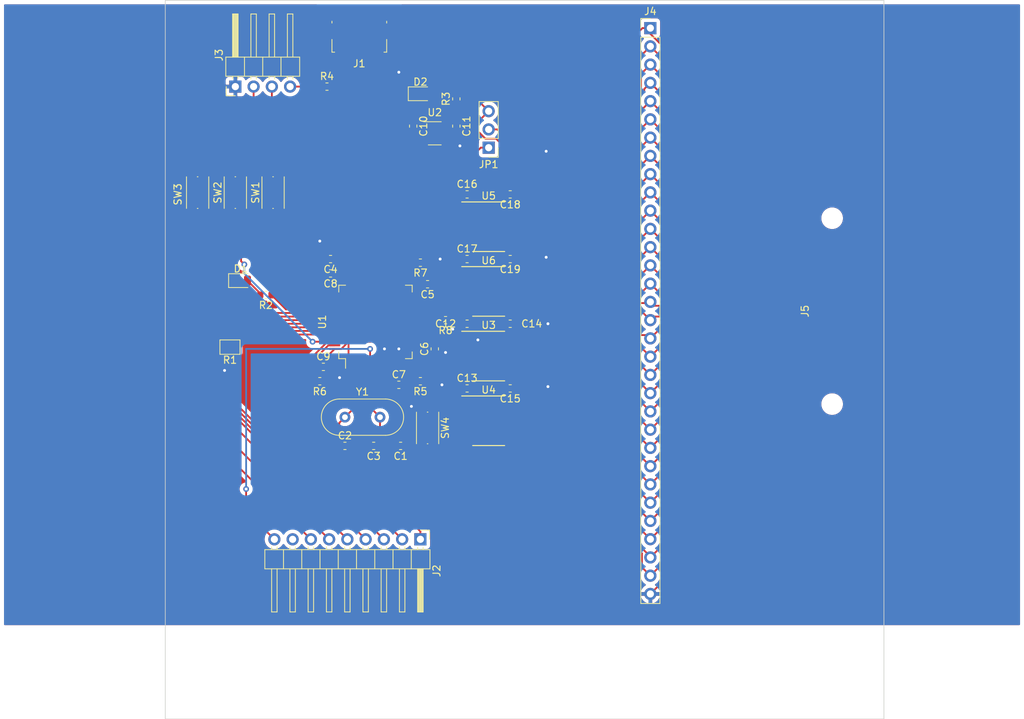
<source format=kicad_pcb>
(kicad_pcb (version 20171130) (host pcbnew "(5.1.2-1)-1")
  (layers (0 F.Cu signal) (31 B.Cu signal hide) (34 B.Paste user) (35 F.Paste user hide) (36 B.SilkS user) (37 F.SilkS user) (38 B.Mask user) (39 F.Mask user hide) (44 Edge.Cuts user))
  (net 0 "")
  (net 1 GND)
  (net 2 "Net-(C2-Pad1)")
  (net 3 "Net-(C3-Pad1)")
  (net 4 +3V3)
  (net 5 +5V)
  (net 6 Pak-Vcc)
  (net 7 "Net-(D1-Pad2)")
  (net 8 /LED)
  (net 9 "Net-(D2-Pad2)")
  (net 10 USB_DP)
  (net 11 USB_DM)
  (net 12 I2C_SCL)
  (net 13 I2C_SDA)
  (net 14 SPI_SCK)
  (net 15 SPI_MISO)
  (net 16 SPI_MOSI)
  (net 17 UART4_RX)
  (net 18 UART4_TX)
  (net 19 SWDIO)
  (net 20 SWCLK)
  (net 21 CAR_ADI)
  (net 22 CAR_RST)
  (net 23 /Addr23)
  (net 24 /Addr22)
  (net 25 /Addr21)
  (net 26 /Addr20)
  (net 27 /Addr19)
  (net 28 /Addr18)
  (net 29 /Addr17)
  (net 30 /Addr16)
  (net 31 /Addr15)
  (net 32 /Addr14)
  (net 33 /Addr13)
  (net 34 /Addr12)
  (net 35 /Addr11)
  (net 36 /Addr10)
  (net 37 /Addr9)
  (net 38 /Addr8)
  (net 39 /Addr7)
  (net 40 /Addr6)
  (net 41 /Addr5)
  (net 42 /Addr4)
  (net 43 /Addr3)
  (net 44 /Addr2)
  (net 45 /Addr1)
  (net 46 /Addr0)
  (net 47 CAR_CS)
  (net 48 CAR_RD)
  (net 49 CAR_WR)
  (net 50 CAR_CLK)
  (net 51 OE-3)
  (net 52 /A12)
  (net 53 /A11)
  (net 54 /A10)
  (net 55 /A9)
  (net 56 /A8)
  (net 57 ADI)
  (net 58 /A23)
  (net 59 /A22)
  (net 60 /A21)
  (net 61 /A20)
  (net 62 /A18)
  (net 63 /A17)
  (net 64 /A16)
  (net 65 /A15)
  (net 66 /A14)
  (net 67 /A13)
  (net 68 /A7)
  (net 69 /A6)
  (net 70 /A5)
  (net 71 /A19)
  (net 72 /A4)
  (net 73 /A3)
  (net 74 /A2)
  (net 75 /A1)
  (net 76 /A0)
  (net 77 OE-2)
  (net 78 OE-1)
  (net 79 OE-0)
  (net 80 /NRST)
  (net 81 /BOOT0)
  (net 82 CLK)
  (net 83 WR)
  (net 84 RD)
  (net 85 CS)
  (net 86 RST)
  (net 87 /T-A)
  (net 88 /T-B)
  (net 89 /T-C)
  (module Capacitor_SMD:C_0603_1608Metric (layer F.Cu) (at 142.5 60 270)
    (fp_text reference C10 (at 0 -1.43 90) (layer F.SilkS))
    (fp_text value 100nF)
    (pad 2 smd roundrect (at 0.7875 0 270) (size 0.875 0.95) (layers F.Cu F.Paste F.Mask) (net 1 GND))
    (pad 1 smd roundrect (at -0.7875 0 270) (size 0.875 0.95) (layers F.Cu F.Paste F.Mask) (net 5 +5V))
  )
  (module Capacitor_SMD:C_0603_1608Metric (layer F.Cu) (at 148.5 60 270)
    (fp_text reference C11 (at 0 -1.43 90) (layer F.SilkS))
    (fp_text value 100nF)
    (pad 2 smd roundrect (at 0.7875 0 270) (size 0.875 0.95) (layers F.Cu F.Paste F.Mask) (net 1 GND))
    (pad 1 smd roundrect (at -0.7875 0 270) (size 0.875 0.95) (layers F.Cu F.Paste F.Mask) (net 4 +3V3))
  )
  (module Package_TO_SOT_SMD:SOT-23-5 (layer F.Cu) (at 145.5 61)
    (fp_text reference U2 (at 0 -2.9) (layer F.SilkS))
    (fp_text value TLV70233_SOT23-5)
    (pad 5 smd rect (at 1.1 -0.95) (size 1.06 0.65) (layers F.Cu F.Paste F.Mask) (net 4 +3V3))
    (pad 4 smd rect (at 1.1 0.95) (size 1.06 0.65) (layers F.Cu F.Paste F.Mask))
    (pad 3 smd rect (at -1.1 0.95) (size 1.06 0.65) (layers F.Cu F.Paste F.Mask) (net 5 +5V))
    (pad 2 smd rect (at -1.1 0) (size 1.06 0.65) (layers F.Cu F.Paste F.Mask) (net 1 GND))
    (pad 1 smd rect (at -1.1 -0.95) (size 1.06 0.65) (layers F.Cu F.Paste F.Mask) (net 5 +5V))
  )
  (module Button_Switch_SMD:SW_Push_1P1T_NO_CK_KMR2 (layer F.Cu) (at 144.5 102 270)
    (fp_text reference SW4 (at 0 -2.45 90) (layer F.SilkS))
    (fp_text value SW_Push)
    (pad 2 smd rect (at 2.05 0.8) (size 0.9 1) (layers F.Cu F.Paste F.Mask) (net 80 /NRST))
    (pad 1 smd rect (at 2.05 -0.8) (size 0.9 1) (layers F.Cu F.Paste F.Mask) (net 1 GND))
    (pad 2 smd rect (at -2.05 0.8) (size 0.9 1) (layers F.Cu F.Paste F.Mask) (net 80 /NRST))
    (pad 1 smd rect (at -2.05 -0.8) (size 0.9 1) (layers F.Cu F.Paste F.Mask) (net 1 GND))
  )
  (module Button_Switch_SMD:SW_Push_1P1T_NO_CK_KMR2 (layer F.Cu) (at 112.5 69.25 270)
    (fp_text reference SW3 (at 0.25 2.75 90) (layer F.SilkS))
    (fp_text value SW_Push)
    (pad 2 smd rect (at 2.05 0.8) (size 0.9 1) (layers F.Cu F.Paste F.Mask) (net 89 /T-C))
    (pad 1 smd rect (at 2.05 -0.8) (size 0.9 1) (layers F.Cu F.Paste F.Mask) (net 1 GND))
    (pad 2 smd rect (at -2.05 0.8) (size 0.9 1) (layers F.Cu F.Paste F.Mask) (net 89 /T-C))
    (pad 1 smd rect (at -2.05 -0.8) (size 0.9 1) (layers F.Cu F.Paste F.Mask) (net 1 GND))
  )
  (module Button_Switch_SMD:SW_Push_1P1T_NO_CK_KMR2 (layer F.Cu) (at 117.75 69.25 90)
    (fp_text reference SW2 (at 0 -2.45 90) (layer F.SilkS))
    (fp_text value SW_Push)
    (pad 2 smd rect (at 2.05 0.8 180) (size 0.9 1) (layers F.Cu F.Paste F.Mask) (net 88 /T-B))
    (pad 1 smd rect (at 2.05 -0.8 180) (size 0.9 1) (layers F.Cu F.Paste F.Mask) (net 1 GND))
    (pad 2 smd rect (at -2.05 0.8 180) (size 0.9 1) (layers F.Cu F.Paste F.Mask) (net 88 /T-B))
    (pad 1 smd rect (at -2.05 -0.8 180) (size 0.9 1) (layers F.Cu F.Paste F.Mask) (net 1 GND))
  )
  (module Button_Switch_SMD:SW_Push_1P1T_NO_CK_KMR2 (layer F.Cu) (at 123 69.25 90)
    (fp_text reference SW1 (at 0 -2.45 90) (layer F.SilkS))
    (fp_text value SW_Push)
    (pad 2 smd rect (at 2.05 0.8 180) (size 0.9 1) (layers F.Cu F.Paste F.Mask) (net 87 /T-A))
    (pad 1 smd rect (at 2.05 -0.8 180) (size 0.9 1) (layers F.Cu F.Paste F.Mask) (net 1 GND))
    (pad 2 smd rect (at -2.05 0.8 180) (size 0.9 1) (layers F.Cu F.Paste F.Mask) (net 87 /T-A))
    (pad 1 smd rect (at -2.05 -0.8 180) (size 0.9 1) (layers F.Cu F.Paste F.Mask) (net 1 GND))
  )
  (module Package_QFP:LQFP-64_10x10mm_P0.5mm (layer F.Cu) (at 137.25 87.25 90)
    (fp_text reference U1 (at 0 -7.4 90) (layer F.SilkS))
    (fp_text value STM32F103RFTx)
    (pad 64 smd roundrect (at -3.75 -5.675 90) (size 0.3 1.55) (layers F.Cu F.Paste F.Mask) (net 4 +3V3))
    (pad 63 smd roundrect (at -3.25 -5.675 90) (size 0.3 1.55) (layers F.Cu F.Paste F.Mask) (net 1 GND))
    (pad 62 smd roundrect (at -2.75 -5.675 90) (size 0.3 1.55) (layers F.Cu F.Paste F.Mask) (net 51 OE-3))
    (pad 61 smd roundrect (at -2.25 -5.675 90) (size 0.3 1.55) (layers F.Cu F.Paste F.Mask) (net 88 /T-B))
    (pad 60 smd roundrect (at -1.75 -5.675 90) (size 0.3 1.55) (layers F.Cu F.Paste F.Mask) (net 81 /BOOT0))
    (pad 59 smd roundrect (at -1.25 -5.675 90) (size 0.3 1.55) (layers F.Cu F.Paste F.Mask) (net 13 I2C_SDA))
    (pad 58 smd roundrect (at -0.75 -5.675 90) (size 0.3 1.55) (layers F.Cu F.Paste F.Mask) (net 12 I2C_SCL))
    (pad 57 smd roundrect (at -0.25 -5.675 90) (size 0.3 1.55) (layers F.Cu F.Paste F.Mask) (net 16 SPI_MOSI))
    (pad 56 smd roundrect (at 0.25 -5.675 90) (size 0.3 1.55) (layers F.Cu F.Paste F.Mask) (net 15 SPI_MISO))
    (pad 55 smd roundrect (at 0.75 -5.675 90) (size 0.3 1.55) (layers F.Cu F.Paste F.Mask) (net 14 SPI_SCK))
    (pad 54 smd roundrect (at 1.25 -5.675 90) (size 0.3 1.55) (layers F.Cu F.Paste F.Mask) (net 89 /T-C))
    (pad 53 smd roundrect (at 1.75 -5.675 90) (size 0.3 1.55) (layers F.Cu F.Paste F.Mask) (net 8 /LED))
    (pad 52 smd roundrect (at 2.25 -5.675 90) (size 0.3 1.55) (layers F.Cu F.Paste F.Mask) (net 17 UART4_RX))
    (pad 51 smd roundrect (at 2.75 -5.675 90) (size 0.3 1.55) (layers F.Cu F.Paste F.Mask) (net 18 UART4_TX))
    (pad 50 smd roundrect (at 3.25 -5.675 90) (size 0.3 1.55) (layers F.Cu F.Paste F.Mask) (net 87 /T-A))
    (pad 49 smd roundrect (at 3.75 -5.675 90) (size 0.3 1.55) (layers F.Cu F.Paste F.Mask) (net 20 SWCLK))
    (pad 48 smd roundrect (at 5.675 -3.75 90) (size 1.55 0.3) (layers F.Cu F.Paste F.Mask) (net 4 +3V3))
    (pad 47 smd roundrect (at 5.675 -3.25 90) (size 1.55 0.3) (layers F.Cu F.Paste F.Mask) (net 1 GND))
    (pad 46 smd roundrect (at 5.675 -2.75 90) (size 1.55 0.3) (layers F.Cu F.Paste F.Mask) (net 19 SWDIO))
    (pad 45 smd roundrect (at 5.675 -2.25 90) (size 1.55 0.3) (layers F.Cu F.Paste F.Mask) (net 10 USB_DP))
    (pad 44 smd roundrect (at 5.675 -1.75 90) (size 1.55 0.3) (layers F.Cu F.Paste F.Mask) (net 11 USB_DM))
    (pad 43 smd roundrect (at 5.675 -1.25 90) (size 1.55 0.3) (layers F.Cu F.Paste F.Mask) (net 82 CLK))
    (pad 42 smd roundrect (at 5.675 -0.75 90) (size 1.55 0.3) (layers F.Cu F.Paste F.Mask) (net 83 WR))
    (pad 41 smd roundrect (at 5.675 -0.25 90) (size 1.55 0.3) (layers F.Cu F.Paste F.Mask) (net 84 RD))
    (pad 40 smd roundrect (at 5.675 0.25 90) (size 1.55 0.3) (layers F.Cu F.Paste F.Mask) (net 85 CS))
    (pad 39 smd roundrect (at 5.675 0.75 90) (size 1.55 0.3) (layers F.Cu F.Paste F.Mask) (net 76 /A0))
    (pad 38 smd roundrect (at 5.675 1.25 90) (size 1.55 0.3) (layers F.Cu F.Paste F.Mask) (net 75 /A1))
    (pad 37 smd roundrect (at 5.675 1.75 90) (size 1.55 0.3) (layers F.Cu F.Paste F.Mask) (net 74 /A2))
    (pad 36 smd roundrect (at 5.675 2.25 90) (size 1.55 0.3) (layers F.Cu F.Paste F.Mask) (net 73 /A3))
    (pad 35 smd roundrect (at 5.675 2.75 90) (size 1.55 0.3) (layers F.Cu F.Paste F.Mask) (net 79 OE-0))
    (pad 34 smd roundrect (at 5.675 3.25 90) (size 1.55 0.3) (layers F.Cu F.Paste F.Mask) (net 72 /A4))
    (pad 33 smd roundrect (at 5.675 3.75 90) (size 1.55 0.3) (layers F.Cu F.Paste F.Mask) (net 70 /A5))
    (pad 32 smd roundrect (at 3.75 5.675 90) (size 0.3 1.55) (layers F.Cu F.Paste F.Mask) (net 4 +3V3))
    (pad 31 smd roundrect (at 3.25 5.675 90) (size 0.3 1.55) (layers F.Cu F.Paste F.Mask) (net 1 GND))
    (pad 30 smd roundrect (at 2.75 5.675 90) (size 0.3 1.55) (layers F.Cu F.Paste F.Mask) (net 69 /A6))
    (pad 29 smd roundrect (at 2.25 5.675 90) (size 0.3 1.55) (layers F.Cu F.Paste F.Mask) (net 68 /A7))
    (pad 28 smd roundrect (at 1.75 5.675 90) (size 0.3 1.55) (layers F.Cu F.Paste F.Mask) (net 56 /A8))
    (pad 27 smd roundrect (at 1.25 5.675 90) (size 0.3 1.55) (layers F.Cu F.Paste F.Mask) (net 55 /A9))
    (pad 26 smd roundrect (at 0.75 5.675 90) (size 0.3 1.55) (layers F.Cu F.Paste F.Mask) (net 54 /A10))
    (pad 25 smd roundrect (at 0.25 5.675 90) (size 0.3 1.55) (layers F.Cu F.Paste F.Mask) (net 53 /A11))
    (pad 24 smd roundrect (at -0.25 5.675 90) (size 0.3 1.55) (layers F.Cu F.Paste F.Mask) (net 78 OE-1))
    (pad 23 smd roundrect (at -0.75 5.675 90) (size 0.3 1.55) (layers F.Cu F.Paste F.Mask) (net 52 /A12))
    (pad 22 smd roundrect (at -1.25 5.675 90) (size 0.3 1.55) (layers F.Cu F.Paste F.Mask) (net 67 /A13))
    (pad 21 smd roundrect (at -1.75 5.675 90) (size 0.3 1.55) (layers F.Cu F.Paste F.Mask) (net 66 /A14))
    (pad 20 smd roundrect (at -2.25 5.675 90) (size 0.3 1.55) (layers F.Cu F.Paste F.Mask) (net 65 /A15))
    (pad 19 smd roundrect (at -2.75 5.675 90) (size 0.3 1.55) (layers F.Cu F.Paste F.Mask) (net 4 +3V3))
    (pad 18 smd roundrect (at -3.25 5.675 90) (size 0.3 1.55) (layers F.Cu F.Paste F.Mask) (net 1 GND))
    (pad 17 smd roundrect (at -3.75 5.675 90) (size 0.3 1.55) (layers F.Cu F.Paste F.Mask) (net 64 /A16))
    (pad 16 smd roundrect (at -5.675 3.75 90) (size 1.55 0.3) (layers F.Cu F.Paste F.Mask) (net 63 /A17))
    (pad 15 smd roundrect (at -5.675 3.25 90) (size 1.55 0.3) (layers F.Cu F.Paste F.Mask) (net 62 /A18))
    (pad 14 smd roundrect (at -5.675 2.75 90) (size 1.55 0.3) (layers F.Cu F.Paste F.Mask) (net 71 /A19))
    (pad 13 smd roundrect (at -5.675 2.25 90) (size 1.55 0.3) (layers F.Cu F.Paste F.Mask) (net 4 +3V3))
    (pad 12 smd roundrect (at -5.675 1.75 90) (size 1.55 0.3) (layers F.Cu F.Paste F.Mask) (net 1 GND))
    (pad 11 smd roundrect (at -5.675 1.25 90) (size 1.55 0.3) (layers F.Cu F.Paste F.Mask) (net 77 OE-2))
    (pad 10 smd roundrect (at -5.675 0.75 90) (size 1.55 0.3) (layers F.Cu F.Paste F.Mask) (net 61 /A20))
    (pad 9 smd roundrect (at -5.675 0.25 90) (size 1.55 0.3) (layers F.Cu F.Paste F.Mask) (net 60 /A21))
    (pad 8 smd roundrect (at -5.675 -0.25 90) (size 1.55 0.3) (layers F.Cu F.Paste F.Mask) (net 59 /A22))
    (pad 7 smd roundrect (at -5.675 -0.75 90) (size 1.55 0.3) (layers F.Cu F.Paste F.Mask) (net 80 /NRST))
    (pad 6 smd roundrect (at -5.675 -1.25 90) (size 1.55 0.3) (layers F.Cu F.Paste F.Mask) (net 3 "Net-(C3-Pad1)"))
    (pad 5 smd roundrect (at -5.675 -1.75 90) (size 1.55 0.3) (layers F.Cu F.Paste F.Mask) (net 2 "Net-(C2-Pad1)"))
    (pad 4 smd roundrect (at -5.675 -2.25 90) (size 1.55 0.3) (layers F.Cu F.Paste F.Mask) (net 58 /A23))
    (pad 3 smd roundrect (at -5.675 -2.75 90) (size 1.55 0.3) (layers F.Cu F.Paste F.Mask) (net 86 RST))
    (pad 2 smd roundrect (at -5.675 -3.25 90) (size 1.55 0.3) (layers F.Cu F.Paste F.Mask) (net 57 ADI))
    (pad 1 smd roundrect (at -5.675 -3.75 90) (size 1.55 0.3) (layers F.Cu F.Paste F.Mask) (net 4 +3V3))
  )
  (module Package_SO:TSSOP-20_4.4x6.5mm_P0.65mm (layer F.Cu) (at 153 83)
    (fp_text reference U6 (at 0 -4.3) (layer F.SilkS))
    (fp_text value TXB0108PWR)
    (pad 20 smd rect (at 2.95 -2.925) (size 1.45 0.45) (layers F.Cu F.Paste F.Mask) (net 42 /Addr4))
    (pad 19 smd rect (at 2.95 -2.275) (size 1.45 0.45) (layers F.Cu F.Paste F.Mask) (net 6 Pak-Vcc))
    (pad 18 smd rect (at 2.95 -1.625) (size 1.45 0.45) (layers F.Cu F.Paste F.Mask) (net 41 /Addr5))
    (pad 17 smd rect (at 2.95 -0.975) (size 1.45 0.45) (layers F.Cu F.Paste F.Mask) (net 40 /Addr6))
    (pad 16 smd rect (at 2.95 -0.325) (size 1.45 0.45) (layers F.Cu F.Paste F.Mask) (net 39 /Addr7))
    (pad 15 smd rect (at 2.95 0.325) (size 1.45 0.45) (layers F.Cu F.Paste F.Mask) (net 38 /Addr8))
    (pad 14 smd rect (at 2.95 0.975) (size 1.45 0.45) (layers F.Cu F.Paste F.Mask) (net 37 /Addr9))
    (pad 13 smd rect (at 2.95 1.625) (size 1.45 0.45) (layers F.Cu F.Paste F.Mask) (net 36 /Addr10))
    (pad 12 smd rect (at 2.95 2.275) (size 1.45 0.45) (layers F.Cu F.Paste F.Mask) (net 35 /Addr11))
    (pad 11 smd rect (at 2.95 2.925) (size 1.45 0.45) (layers F.Cu F.Paste F.Mask) (net 1 GND))
    (pad 10 smd rect (at -2.95 2.925) (size 1.45 0.45) (layers F.Cu F.Paste F.Mask) (net 78 OE-1))
    (pad 9 smd rect (at -2.95 2.275) (size 1.45 0.45) (layers F.Cu F.Paste F.Mask) (net 53 /A11))
    (pad 8 smd rect (at -2.95 1.625) (size 1.45 0.45) (layers F.Cu F.Paste F.Mask) (net 54 /A10))
    (pad 7 smd rect (at -2.95 0.975) (size 1.45 0.45) (layers F.Cu F.Paste F.Mask) (net 55 /A9))
    (pad 6 smd rect (at -2.95 0.325) (size 1.45 0.45) (layers F.Cu F.Paste F.Mask) (net 56 /A8))
    (pad 5 smd rect (at -2.95 -0.325) (size 1.45 0.45) (layers F.Cu F.Paste F.Mask) (net 68 /A7))
    (pad 4 smd rect (at -2.95 -0.975) (size 1.45 0.45) (layers F.Cu F.Paste F.Mask) (net 69 /A6))
    (pad 3 smd rect (at -2.95 -1.625) (size 1.45 0.45) (layers F.Cu F.Paste F.Mask) (net 70 /A5))
    (pad 2 smd rect (at -2.95 -2.275) (size 1.45 0.45) (layers F.Cu F.Paste F.Mask) (net 4 +3V3))
    (pad 1 smd rect (at -2.95 -2.925) (size 1.45 0.45) (layers F.Cu F.Paste F.Mask) (net 72 /A4))
  )
  (module Package_SO:TSSOP-20_4.4x6.5mm_P0.65mm (layer F.Cu) (at 153 74)
    (fp_text reference U5 (at 0 -4.3) (layer F.SilkS))
    (fp_text value TXB0108PWR)
    (pad 20 smd rect (at 2.95 -2.925) (size 1.45 0.45) (layers F.Cu F.Paste F.Mask) (net 50 CAR_CLK))
    (pad 19 smd rect (at 2.95 -2.275) (size 1.45 0.45) (layers F.Cu F.Paste F.Mask) (net 6 Pak-Vcc))
    (pad 18 smd rect (at 2.95 -1.625) (size 1.45 0.45) (layers F.Cu F.Paste F.Mask) (net 49 CAR_WR))
    (pad 17 smd rect (at 2.95 -0.975) (size 1.45 0.45) (layers F.Cu F.Paste F.Mask) (net 48 CAR_RD))
    (pad 16 smd rect (at 2.95 -0.325) (size 1.45 0.45) (layers F.Cu F.Paste F.Mask) (net 47 CAR_CS))
    (pad 15 smd rect (at 2.95 0.325) (size 1.45 0.45) (layers F.Cu F.Paste F.Mask) (net 46 /Addr0))
    (pad 14 smd rect (at 2.95 0.975) (size 1.45 0.45) (layers F.Cu F.Paste F.Mask) (net 45 /Addr1))
    (pad 13 smd rect (at 2.95 1.625) (size 1.45 0.45) (layers F.Cu F.Paste F.Mask) (net 44 /Addr2))
    (pad 12 smd rect (at 2.95 2.275) (size 1.45 0.45) (layers F.Cu F.Paste F.Mask) (net 43 /Addr3))
    (pad 11 smd rect (at 2.95 2.925) (size 1.45 0.45) (layers F.Cu F.Paste F.Mask) (net 1 GND))
    (pad 10 smd rect (at -2.95 2.925) (size 1.45 0.45) (layers F.Cu F.Paste F.Mask) (net 79 OE-0))
    (pad 9 smd rect (at -2.95 2.275) (size 1.45 0.45) (layers F.Cu F.Paste F.Mask) (net 73 /A3))
    (pad 8 smd rect (at -2.95 1.625) (size 1.45 0.45) (layers F.Cu F.Paste F.Mask) (net 74 /A2))
    (pad 7 smd rect (at -2.95 0.975) (size 1.45 0.45) (layers F.Cu F.Paste F.Mask) (net 75 /A1))
    (pad 6 smd rect (at -2.95 0.325) (size 1.45 0.45) (layers F.Cu F.Paste F.Mask) (net 76 /A0))
    (pad 5 smd rect (at -2.95 -0.325) (size 1.45 0.45) (layers F.Cu F.Paste F.Mask) (net 85 CS))
    (pad 4 smd rect (at -2.95 -0.975) (size 1.45 0.45) (layers F.Cu F.Paste F.Mask) (net 84 RD))
    (pad 3 smd rect (at -2.95 -1.625) (size 1.45 0.45) (layers F.Cu F.Paste F.Mask) (net 83 WR))
    (pad 2 smd rect (at -2.95 -2.275) (size 1.45 0.45) (layers F.Cu F.Paste F.Mask) (net 4 +3V3))
    (pad 1 smd rect (at -2.95 -2.925) (size 1.45 0.45) (layers F.Cu F.Paste F.Mask) (net 82 CLK))
  )
  (module Package_SO:TSSOP-20_4.4x6.5mm_P0.65mm (layer F.Cu) (at 153 101)
    (fp_text reference U4 (at 0 -4.3) (layer F.SilkS))
    (fp_text value TXB0108PWR)
    (pad 20 smd rect (at 2.95 -2.925) (size 1.45 0.45) (layers F.Cu F.Paste F.Mask) (net 26 /Addr20))
    (pad 19 smd rect (at 2.95 -2.275) (size 1.45 0.45) (layers F.Cu F.Paste F.Mask) (net 6 Pak-Vcc))
    (pad 18 smd rect (at 2.95 -1.625) (size 1.45 0.45) (layers F.Cu F.Paste F.Mask) (net 25 /Addr21))
    (pad 17 smd rect (at 2.95 -0.975) (size 1.45 0.45) (layers F.Cu F.Paste F.Mask) (net 24 /Addr22))
    (pad 16 smd rect (at 2.95 -0.325) (size 1.45 0.45) (layers F.Cu F.Paste F.Mask) (net 23 /Addr23))
    (pad 15 smd rect (at 2.95 0.325) (size 1.45 0.45) (layers F.Cu F.Paste F.Mask) (net 22 CAR_RST))
    (pad 14 smd rect (at 2.95 0.975) (size 1.45 0.45) (layers F.Cu F.Paste F.Mask) (net 21 CAR_ADI))
    (pad 13 smd rect (at 2.95 1.625) (size 1.45 0.45) (layers F.Cu F.Paste F.Mask) (net 1 GND))
    (pad 12 smd rect (at 2.95 2.275) (size 1.45 0.45) (layers F.Cu F.Paste F.Mask) (net 1 GND))
    (pad 11 smd rect (at 2.95 2.925) (size 1.45 0.45) (layers F.Cu F.Paste F.Mask) (net 1 GND))
    (pad 10 smd rect (at -2.95 2.925) (size 1.45 0.45) (layers F.Cu F.Paste F.Mask) (net 51 OE-3))
    (pad 9 smd rect (at -2.95 2.275) (size 1.45 0.45) (layers F.Cu F.Paste F.Mask) (net 1 GND))
    (pad 8 smd rect (at -2.95 1.625) (size 1.45 0.45) (layers F.Cu F.Paste F.Mask) (net 1 GND))
    (pad 7 smd rect (at -2.95 0.975) (size 1.45 0.45) (layers F.Cu F.Paste F.Mask) (net 57 ADI))
    (pad 6 smd rect (at -2.95 0.325) (size 1.45 0.45) (layers F.Cu F.Paste F.Mask) (net 86 RST))
    (pad 5 smd rect (at -2.95 -0.325) (size 1.45 0.45) (layers F.Cu F.Paste F.Mask) (net 58 /A23))
    (pad 4 smd rect (at -2.95 -0.975) (size 1.45 0.45) (layers F.Cu F.Paste F.Mask) (net 59 /A22))
    (pad 3 smd rect (at -2.95 -1.625) (size 1.45 0.45) (layers F.Cu F.Paste F.Mask) (net 60 /A21))
    (pad 2 smd rect (at -2.95 -2.275) (size 1.45 0.45) (layers F.Cu F.Paste F.Mask) (net 4 +3V3))
    (pad 1 smd rect (at -2.95 -2.925) (size 1.45 0.45) (layers F.Cu F.Paste F.Mask) (net 61 /A20))
  )
  (module Package_SO:TSSOP-20_4.4x6.5mm_P0.65mm (layer F.Cu) (at 153 92)
    (fp_text reference U3 (at 0 -4.3) (layer F.SilkS))
    (fp_text value TXB0108PWR)
    (pad 20 smd rect (at 2.95 -2.925) (size 1.45 0.45) (layers F.Cu F.Paste F.Mask) (net 34 /Addr12))
    (pad 19 smd rect (at 2.95 -2.275) (size 1.45 0.45) (layers F.Cu F.Paste F.Mask) (net 6 Pak-Vcc))
    (pad 18 smd rect (at 2.95 -1.625) (size 1.45 0.45) (layers F.Cu F.Paste F.Mask) (net 33 /Addr13))
    (pad 17 smd rect (at 2.95 -0.975) (size 1.45 0.45) (layers F.Cu F.Paste F.Mask) (net 32 /Addr14))
    (pad 16 smd rect (at 2.95 -0.325) (size 1.45 0.45) (layers F.Cu F.Paste F.Mask) (net 31 /Addr15))
    (pad 15 smd rect (at 2.95 0.325) (size 1.45 0.45) (layers F.Cu F.Paste F.Mask) (net 30 /Addr16))
    (pad 14 smd rect (at 2.95 0.975) (size 1.45 0.45) (layers F.Cu F.Paste F.Mask) (net 29 /Addr17))
    (pad 13 smd rect (at 2.95 1.625) (size 1.45 0.45) (layers F.Cu F.Paste F.Mask) (net 28 /Addr18))
    (pad 12 smd rect (at 2.95 2.275) (size 1.45 0.45) (layers F.Cu F.Paste F.Mask) (net 27 /Addr19))
    (pad 11 smd rect (at 2.95 2.925) (size 1.45 0.45) (layers F.Cu F.Paste F.Mask) (net 1 GND))
    (pad 10 smd rect (at -2.95 2.925) (size 1.45 0.45) (layers F.Cu F.Paste F.Mask) (net 77 OE-2))
    (pad 9 smd rect (at -2.95 2.275) (size 1.45 0.45) (layers F.Cu F.Paste F.Mask) (net 71 /A19))
    (pad 8 smd rect (at -2.95 1.625) (size 1.45 0.45) (layers F.Cu F.Paste F.Mask) (net 62 /A18))
    (pad 7 smd rect (at -2.95 0.975) (size 1.45 0.45) (layers F.Cu F.Paste F.Mask) (net 63 /A17))
    (pad 6 smd rect (at -2.95 0.325) (size 1.45 0.45) (layers F.Cu F.Paste F.Mask) (net 64 /A16))
    (pad 5 smd rect (at -2.95 -0.325) (size 1.45 0.45) (layers F.Cu F.Paste F.Mask) (net 65 /A15))
    (pad 4 smd rect (at -2.95 -0.975) (size 1.45 0.45) (layers F.Cu F.Paste F.Mask) (net 66 /A14))
    (pad 3 smd rect (at -2.95 -1.625) (size 1.45 0.45) (layers F.Cu F.Paste F.Mask) (net 67 /A13))
    (pad 2 smd rect (at -2.95 -2.275) (size 1.45 0.45) (layers F.Cu F.Paste F.Mask) (net 4 +3V3))
    (pad 1 smd rect (at -2.95 -2.925) (size 1.45 0.45) (layers F.Cu F.Paste F.Mask) (net 52 /A12))
  )
  (module Capacitor_SMD:C_0603_1608Metric (layer F.Cu) (at 144.5 82 180)
    (fp_text reference C5 (at 0 -1.43) (layer F.SilkS))
    (fp_text value 100nF)
    (pad 2 smd roundrect (at 0.7875 0 180) (size 0.875 0.95) (layers F.Cu F.Paste F.Mask) (net 4 +3V3))
    (pad 1 smd roundrect (at -0.7875 0 180) (size 0.875 0.95) (layers F.Cu F.Paste F.Mask) (net 1 GND))
  )
  (module Crystal:Crystal_HC49-4H_Vertical (layer F.Cu) (at 133 100.5)
    (fp_text reference Y1 (at 2.44 -3.525) (layer F.SilkS))
    (fp_text value 32kHz)
    (pad 2 thru_hole circle (at 4.88 0) (size 1.5 1.5) (drill 0.8) (layers *.Cu *.Mask) (net 3 "Net-(C3-Pad1)"))
    (pad 1 thru_hole circle (at 0 0) (size 1.5 1.5) (drill 0.8) (layers *.Cu *.Mask) (net 2 "Net-(C2-Pad1)"))
  )
  (module Resistor_SMD:R_0603_1608Metric (layer F.Cu) (at 147 87 180)
    (fp_text reference R8 (at 0 -1.43) (layer F.SilkS))
    (fp_text value 100k)
    (pad 2 smd roundrect (at 0.7875 0 180) (size 0.875 0.95) (layers F.Cu F.Paste F.Mask) (net 78 OE-1))
    (pad 1 smd roundrect (at -0.7875 0 180) (size 0.875 0.95) (layers F.Cu F.Paste F.Mask) (net 1 GND))
  )
  (module Resistor_SMD:R_0603_1608Metric (layer F.Cu) (at 143.5 79 180)
    (fp_text reference R7 (at 0 -1.43) (layer F.SilkS))
    (fp_text value 100k)
    (pad 2 smd roundrect (at 0.7875 0 180) (size 0.875 0.95) (layers F.Cu F.Paste F.Mask) (net 79 OE-0))
    (pad 1 smd roundrect (at -0.7875 0 180) (size 0.875 0.95) (layers F.Cu F.Paste F.Mask) (net 1 GND))
  )
  (module Resistor_SMD:R_0603_1608Metric (layer F.Cu) (at 129.5 95.5 180)
    (fp_text reference R6 (at 0 -1.43) (layer F.SilkS))
    (fp_text value 100k)
    (pad 2 smd roundrect (at 0.7875 0 180) (size 0.875 0.95) (layers F.Cu F.Paste F.Mask) (net 51 OE-3))
    (pad 1 smd roundrect (at -0.7875 0 180) (size 0.875 0.95) (layers F.Cu F.Paste F.Mask) (net 1 GND))
  )
  (module Resistor_SMD:R_0603_1608Metric (layer F.Cu) (at 143.5 95.5 180)
    (fp_text reference R5 (at 0 -1.43) (layer F.SilkS))
    (fp_text value 100k)
    (pad 2 smd roundrect (at 0.7875 0 180) (size 0.875 0.95) (layers F.Cu F.Paste F.Mask) (net 77 OE-2))
    (pad 1 smd roundrect (at -0.7875 0 180) (size 0.875 0.95) (layers F.Cu F.Paste F.Mask) (net 1 GND))
  )
  (module Resistor_SMD:R_0603_1608Metric (layer F.Cu) (at 130.5 54.5)
    (fp_text reference R4 (at 0 -1.43) (layer F.SilkS))
    (fp_text value 1.5k)
    (pad 2 smd roundrect (at 0.7875 0) (size 0.875 0.95) (layers F.Cu F.Paste F.Mask) (net 10 USB_DP))
    (pad 1 smd roundrect (at -0.7875 0) (size 0.875 0.95) (layers F.Cu F.Paste F.Mask) (net 4 +3V3))
  )
  (module Resistor_SMD:R_0603_1608Metric (layer F.Cu) (at 148.5 56.2125 90)
    (fp_text reference R3 (at 0 -1.43 90) (layer F.SilkS))
    (fp_text value 220)
    (pad 2 smd roundrect (at 0.7875 0 90) (size 0.875 0.95) (layers F.Cu F.Paste F.Mask) (net 9 "Net-(D2-Pad2)"))
    (pad 1 smd roundrect (at -0.7875 0 90) (size 0.875 0.95) (layers F.Cu F.Paste F.Mask) (net 4 +3V3))
  )
  (module Resistor_SMD:R_0603_1608Metric (layer F.Cu) (at 122 83.5 180)
    (fp_text reference R2 (at 0 -1.43) (layer F.SilkS))
    (fp_text value 220)
    (pad 2 smd roundrect (at 0.7875 0 180) (size 0.875 0.95) (layers F.Cu F.Paste F.Mask) (net 7 "Net-(D1-Pad2)"))
    (pad 1 smd roundrect (at -0.7875 0 180) (size 0.875 0.95) (layers F.Cu F.Paste F.Mask) (net 8 /LED))
  )
  (module Jumper:SolderJumper-2_P1.3mm_Open_TrianglePad1.0x1.5mm (layer F.Cu) (at 117 90.75 180)
    (fp_text reference R1 (at 0 -1.8) (layer F.SilkS))
    (fp_text value 0)
    (pad 1 smd custom (at -0.725 0 180) (size 0.3 0.3) (layers F.Cu F.Mask) (net 81 /BOOT0) (options (clearance outline) (anchor rect)) (primitives (gr_poly (pts (xy -0.5 -0.75) (xy 0.5 -0.75) (xy 1 0) (xy 0.5 0.75) (xy -0.5 0.75)) (width 0))))
    (pad 2 smd custom (at 0.725 0 180) (size 0.3 0.3) (layers F.Cu F.Mask) (net 1 GND) (options (clearance outline) (anchor rect)) (primitives (gr_poly (pts (xy -0.65 -0.75) (xy 0.5 -0.75) (xy 0.5 0.75) (xy -0.65 0.75) (xy -0.15 0)) (width 0))))
  )
  (module Connector_PinHeader_2.54mm:PinHeader_1x03_P2.54mm_Vertical (layer F.Cu) (at 153 63 180)
    (fp_text reference JP1 (at 0 -2.33) (layer F.SilkS))
    (fp_text value Jumper_3_Open)
    (pad 3 thru_hole oval (at 0 5.08 180) (size 1.7 1.7) (drill 1) (layers *.Cu *.Mask) (net 4 +3V3))
    (pad 2 thru_hole oval (at 0 2.54 180) (size 1.7 1.7) (drill 1) (layers *.Cu *.Mask) (net 6 Pak-Vcc))
    (pad 1 thru_hole rect (at 0 0 180) (size 1.7 1.7) (drill 1) (layers *.Cu *.Mask) (net 5 +5V))
  )
  (module Connector:DSL_Cartridge_Reader (layer F.Cu) (at 198.75 85.75 270)
    (fp_text reference J5 (at 0 1.7272 270) (layer F.SilkS))
    (fp_text value Conn_01x32_MountingPin)
    (pad "" np_thru_hole circle (at -12.93204 -2.04724 270) (size 2 2) (drill 2) (layers *.Cu *.Mask))
    (pad "" np_thru_hole circle (at 12.93204 -2.04724 270) (size 2 2) (drill 2) (layers *.Cu *.Mask))
    (pad MP smd rect (at 12.68204 -13.50016 270) (size 4.5 3.5) (layers F.Cu F.Paste F.Mask) (net 1 GND))
    (pad MP smd rect (at -12.68204 -13.50016 270) (size 4.5 3.5) (layers F.Cu F.Paste F.Mask) (net 1 GND))
    (pad 1 smd rect (at -23.25 5.75 270) (size 1 2.5) (layers F.Cu F.Paste F.Mask) (net 6 Pak-Vcc))
    (pad 15 smd rect (at -2.25 5.75 270) (size 1 2.5) (layers F.Cu F.Paste F.Mask) (net 37 /Addr9))
    (pad 2 smd rect (at -21.75 5.75 270) (size 1 2.5) (layers F.Cu F.Paste F.Mask) (net 50 CAR_CLK))
    (pad 3 smd rect (at -20.25 5.75 270) (size 1 2.5) (layers F.Cu F.Paste F.Mask) (net 49 CAR_WR))
    (pad 4 smd rect (at -18.75 5.75 270) (size 1 2.5) (layers F.Cu F.Paste F.Mask) (net 48 CAR_RD))
    (pad 5 smd rect (at -17.25 5.75 270) (size 1 2.5) (layers F.Cu F.Paste F.Mask) (net 47 CAR_CS))
    (pad 6 smd rect (at -15.75 5.75 270) (size 1 2.5) (layers F.Cu F.Paste F.Mask) (net 46 /Addr0))
    (pad 7 smd rect (at -14.25 5.75 270) (size 1 2.5) (layers F.Cu F.Paste F.Mask) (net 45 /Addr1))
    (pad 8 smd rect (at -12.75 5.75 270) (size 1 2.5) (layers F.Cu F.Paste F.Mask) (net 44 /Addr2))
    (pad 9 smd rect (at -11.25 5.75 270) (size 1 2.5) (layers F.Cu F.Paste F.Mask) (net 43 /Addr3))
    (pad 10 smd rect (at -9.75 5.75 270) (size 1 2.5) (layers F.Cu F.Paste F.Mask) (net 42 /Addr4))
    (pad 11 smd rect (at -8.25 5.75 270) (size 1 2.5) (layers F.Cu F.Paste F.Mask) (net 41 /Addr5))
    (pad 12 smd rect (at -6.75 5.75 270) (size 1 2.5) (layers F.Cu F.Paste F.Mask) (net 40 /Addr6))
    (pad 13 smd rect (at -5.25 5.75 270) (size 1 2.5) (layers F.Cu F.Paste F.Mask) (net 39 /Addr7))
    (pad 14 smd rect (at -3.75 5.75 270) (size 1 2.5) (layers F.Cu F.Paste F.Mask) (net 38 /Addr8))
    (pad 16 smd rect (at -0.75 5.75 270) (size 1 2.5) (layers F.Cu F.Paste F.Mask) (net 36 /Addr10))
    (pad 17 smd rect (at 0.75 5.75 270) (size 1 2.5) (layers F.Cu F.Paste F.Mask) (net 35 /Addr11))
    (pad 18 smd rect (at 2.25 5.75 270) (size 1 2.5) (layers F.Cu F.Paste F.Mask) (net 34 /Addr12))
    (pad 19 smd rect (at 3.75 5.75 270) (size 1 2.5) (layers F.Cu F.Paste F.Mask) (net 33 /Addr13))
    (pad 20 smd rect (at 5.25 5.75 270) (size 1 2.5) (layers F.Cu F.Paste F.Mask) (net 32 /Addr14))
    (pad 21 smd rect (at 6.75 5.75 270) (size 1 2.5) (layers F.Cu F.Paste F.Mask) (net 31 /Addr15))
    (pad 22 smd rect (at 8.25 5.75 270) (size 1 2.5) (layers F.Cu F.Paste F.Mask) (net 30 /Addr16))
    (pad 23 smd rect (at 9.75 5.75 270) (size 1 2.5) (layers F.Cu F.Paste F.Mask) (net 29 /Addr17))
    (pad 24 smd rect (at 11.25 5.75 270) (size 1 2.5) (layers F.Cu F.Paste F.Mask) (net 28 /Addr18))
    (pad 25 smd rect (at 12.75 5.75 270) (size 1 2.5) (layers F.Cu F.Paste F.Mask) (net 27 /Addr19))
    (pad 26 smd rect (at 14.25 5.75 270) (size 1 2.5) (layers F.Cu F.Paste F.Mask) (net 26 /Addr20))
    (pad 27 smd rect (at 15.75 5.75 270) (size 1 2.5) (layers F.Cu F.Paste F.Mask) (net 25 /Addr21))
    (pad 28 smd rect (at 17.25 5.75 270) (size 1 2.5) (layers F.Cu F.Paste F.Mask) (net 24 /Addr22))
    (pad 29 smd rect (at 18.75 5.75 270) (size 1 2.5) (layers F.Cu F.Paste F.Mask) (net 23 /Addr23))
    (pad 30 smd rect (at 20.25 5.75 270) (size 1 2.5) (layers F.Cu F.Paste F.Mask) (net 22 CAR_RST))
    (pad 31 smd rect (at 21.75 5.75 270) (size 1 2.5) (layers F.Cu F.Paste F.Mask) (net 21 CAR_ADI))
    (pad 32 smd rect (at 23.25 5.75 270) (size 1 2.5) (layers F.Cu F.Paste F.Mask) (net 1 GND))
  )
  (module Connector_PinHeader_2.54mm:PinHeader_1x32_P2.54mm_Vertical (layer F.Cu) (at 175.5 46.36)
    (fp_text reference J4 (at 0 -2.33) (layer F.SilkS))
    (fp_text value Conn_01x32)
    (pad 32 thru_hole oval (at 0 78.74) (size 1.7 1.7) (drill 1) (layers *.Cu *.Mask) (net 1 GND))
    (pad 31 thru_hole oval (at 0 76.2) (size 1.7 1.7) (drill 1) (layers *.Cu *.Mask) (net 21 CAR_ADI))
    (pad 30 thru_hole oval (at 0 73.66) (size 1.7 1.7) (drill 1) (layers *.Cu *.Mask) (net 22 CAR_RST))
    (pad 29 thru_hole oval (at 0 71.12) (size 1.7 1.7) (drill 1) (layers *.Cu *.Mask) (net 23 /Addr23))
    (pad 28 thru_hole oval (at 0 68.58) (size 1.7 1.7) (drill 1) (layers *.Cu *.Mask) (net 24 /Addr22))
    (pad 27 thru_hole oval (at 0 66.04) (size 1.7 1.7) (drill 1) (layers *.Cu *.Mask) (net 25 /Addr21))
    (pad 26 thru_hole oval (at 0 63.5) (size 1.7 1.7) (drill 1) (layers *.Cu *.Mask) (net 26 /Addr20))
    (pad 25 thru_hole oval (at 0 60.96) (size 1.7 1.7) (drill 1) (layers *.Cu *.Mask) (net 27 /Addr19))
    (pad 24 thru_hole oval (at 0 58.42) (size 1.7 1.7) (drill 1) (layers *.Cu *.Mask) (net 28 /Addr18))
    (pad 23 thru_hole oval (at 0 55.88) (size 1.7 1.7) (drill 1) (layers *.Cu *.Mask) (net 29 /Addr17))
    (pad 22 thru_hole oval (at 0 53.34) (size 1.7 1.7) (drill 1) (layers *.Cu *.Mask) (net 30 /Addr16))
    (pad 21 thru_hole oval (at 0 50.8) (size 1.7 1.7) (drill 1) (layers *.Cu *.Mask) (net 31 /Addr15))
    (pad 20 thru_hole oval (at 0 48.26) (size 1.7 1.7) (drill 1) (layers *.Cu *.Mask) (net 32 /Addr14))
    (pad 19 thru_hole oval (at 0 45.72) (size 1.7 1.7) (drill 1) (layers *.Cu *.Mask) (net 33 /Addr13))
    (pad 18 thru_hole oval (at 0 43.18) (size 1.7 1.7) (drill 1) (layers *.Cu *.Mask) (net 34 /Addr12))
    (pad 17 thru_hole oval (at 0 40.64) (size 1.7 1.7) (drill 1) (layers *.Cu *.Mask) (net 35 /Addr11))
    (pad 16 thru_hole oval (at 0 38.1) (size 1.7 1.7) (drill 1) (layers *.Cu *.Mask) (net 36 /Addr10))
    (pad 15 thru_hole oval (at 0 35.56) (size 1.7 1.7) (drill 1) (layers *.Cu *.Mask) (net 37 /Addr9))
    (pad 14 thru_hole oval (at 0 33.02) (size 1.7 1.7) (drill 1) (layers *.Cu *.Mask) (net 38 /Addr8))
    (pad 13 thru_hole oval (at 0 30.48) (size 1.7 1.7) (drill 1) (layers *.Cu *.Mask) (net 39 /Addr7))
    (pad 12 thru_hole oval (at 0 27.94) (size 1.7 1.7) (drill 1) (layers *.Cu *.Mask) (net 40 /Addr6))
    (pad 11 thru_hole oval (at 0 25.4) (size 1.7 1.7) (drill 1) (layers *.Cu *.Mask) (net 41 /Addr5))
    (pad 10 thru_hole oval (at 0 22.86) (size 1.7 1.7) (drill 1) (layers *.Cu *.Mask) (net 42 /Addr4))
    (pad 9 thru_hole oval (at 0 20.32) (size 1.7 1.7) (drill 1) (layers *.Cu *.Mask) (net 43 /Addr3))
    (pad 8 thru_hole oval (at 0 17.78) (size 1.7 1.7) (drill 1) (layers *.Cu *.Mask) (net 44 /Addr2))
    (pad 7 thru_hole oval (at 0 15.24) (size 1.7 1.7) (drill 1) (layers *.Cu *.Mask) (net 45 /Addr1))
    (pad 6 thru_hole oval (at 0 12.7) (size 1.7 1.7) (drill 1) (layers *.Cu *.Mask) (net 46 /Addr0))
    (pad 5 thru_hole oval (at 0 10.16) (size 1.7 1.7) (drill 1) (layers *.Cu *.Mask) (net 47 CAR_CS))
    (pad 4 thru_hole oval (at 0 7.62) (size 1.7 1.7) (drill 1) (layers *.Cu *.Mask) (net 48 CAR_RD))
    (pad 3 thru_hole oval (at 0 5.08) (size 1.7 1.7) (drill 1) (layers *.Cu *.Mask) (net 49 CAR_WR))
    (pad 2 thru_hole oval (at 0 2.54) (size 1.7 1.7) (drill 1) (layers *.Cu *.Mask) (net 50 CAR_CLK))
    (pad 1 thru_hole rect (at 0 0) (size 1.7 1.7) (drill 1) (layers *.Cu *.Mask) (net 6 Pak-Vcc))
  )
  (module Connector_PinHeader_2.54mm:PinHeader_1x04_P2.54mm_Horizontal (layer F.Cu) (at 117.75 54.5 90)
    (fp_text reference J3 (at 4.385 -2.27 90) (layer F.SilkS))
    (fp_text value Conn_01x04)
    (pad 4 thru_hole oval (at 0 7.62 90) (size 1.7 1.7) (drill 1) (layers *.Cu *.Mask) (net 4 +3V3))
    (pad 3 thru_hole oval (at 0 5.08 90) (size 1.7 1.7) (drill 1) (layers *.Cu *.Mask) (net 19 SWDIO))
    (pad 2 thru_hole oval (at 0 2.54 90) (size 1.7 1.7) (drill 1) (layers *.Cu *.Mask) (net 20 SWCLK))
    (pad 1 thru_hole rect (at 0 0 90) (size 1.7 1.7) (drill 1) (layers *.Cu *.Mask) (net 1 GND))
  )
  (module Connector_PinHeader_2.54mm:PinHeader_1x09_P2.54mm_Horizontal (layer F.Cu) (at 143.5 117.5 270)
    (fp_text reference J2 (at 4.385 -2.27 90) (layer F.SilkS))
    (fp_text value Conn_01x09)
    (pad 9 thru_hole oval (at 0 20.32 270) (size 1.7 1.7) (drill 1) (layers *.Cu *.Mask) (net 80 /NRST))
    (pad 8 thru_hole oval (at 0 17.78 270) (size 1.7 1.7) (drill 1) (layers *.Cu *.Mask))
    (pad 7 thru_hole oval (at 0 15.24 270) (size 1.7 1.7) (drill 1) (layers *.Cu *.Mask) (net 18 UART4_TX))
    (pad 6 thru_hole oval (at 0 12.7 270) (size 1.7 1.7) (drill 1) (layers *.Cu *.Mask) (net 17 UART4_RX))
    (pad 5 thru_hole oval (at 0 10.16 270) (size 1.7 1.7) (drill 1) (layers *.Cu *.Mask) (net 14 SPI_SCK))
    (pad 4 thru_hole oval (at 0 7.62 270) (size 1.7 1.7) (drill 1) (layers *.Cu *.Mask) (net 15 SPI_MISO))
    (pad 3 thru_hole oval (at 0 5.08 270) (size 1.7 1.7) (drill 1) (layers *.Cu *.Mask) (net 16 SPI_MOSI))
    (pad 2 thru_hole oval (at 0 2.54 270) (size 1.7 1.7) (drill 1) (layers *.Cu *.Mask) (net 12 I2C_SCL))
    (pad 1 thru_hole rect (at 0 0 270) (size 1.7 1.7) (drill 1) (layers *.Cu *.Mask) (net 13 I2C_SDA))
  )
  (module Connector_USB:USB_Micro-B_Molex_47346-0001 (layer F.Cu) (at 135 48 180)
    (fp_text reference J1 (at 0 -3.3 180) (layer F.SilkS))
    (fp_text value USB_B_Micro)
    (pad 6 smd rect (at 0.84 1.2 180) (size 1.175 1.9) (layers F.Cu F.Paste F.Mask) (net 1 GND))
    (pad 6 smd rect (at -0.84 1.2 180) (size 1.175 1.9) (layers F.Cu F.Paste F.Mask) (net 1 GND))
    (pad 6 smd rect (at 2.91 1.2 180) (size 2.375 1.9) (layers F.Cu F.Paste F.Mask) (net 1 GND))
    (pad 6 smd rect (at -2.91 1.2 180) (size 2.375 1.9) (layers F.Cu F.Paste F.Mask) (net 1 GND))
    (pad 6 smd rect (at 2.4625 -1.1 180) (size 1.475 2.1) (layers F.Cu F.Paste F.Mask) (net 1 GND))
    (pad 6 smd rect (at -2.4625 -1.1 180) (size 1.475 2.1) (layers F.Cu F.Paste F.Mask) (net 1 GND))
    (pad 5 smd rect (at 1.3 -1.46 180) (size 0.45 1.38) (layers F.Cu F.Paste F.Mask) (net 1 GND))
    (pad 4 smd rect (at 0.65 -1.46 180) (size 0.45 1.38) (layers F.Cu F.Paste F.Mask))
    (pad 3 smd rect (at 0 -1.46 180) (size 0.45 1.38) (layers F.Cu F.Paste F.Mask) (net 10 USB_DP))
    (pad 2 smd rect (at -0.65 -1.46 180) (size 0.45 1.38) (layers F.Cu F.Paste F.Mask) (net 11 USB_DM))
    (pad 1 smd rect (at -1.3 -1.46 180) (size 0.45 1.38) (layers F.Cu F.Paste F.Mask) (net 5 +5V))
  )
  (module LED_SMD:LED_0805_2012Metric (layer F.Cu) (at 143.5 55.5)
    (fp_text reference D2 (at 0 -1.65) (layer F.SilkS))
    (fp_text value "Power LED")
    (pad 2 smd roundrect (at 0.9375 0) (size 0.975 1.4) (layers F.Cu F.Paste F.Mask) (net 9 "Net-(D2-Pad2)"))
    (pad 1 smd roundrect (at -0.9375 0) (size 0.975 1.4) (layers F.Cu F.Paste F.Mask) (net 1 GND))
  )
  (module LED_SMD:LED_0805_2012Metric (layer F.Cu) (at 118.5 81.5)
    (fp_text reference D1 (at 0 -1.65) (layer F.SilkS))
    (fp_text value LED)
    (pad 2 smd roundrect (at 0.9375 0) (size 0.975 1.4) (layers F.Cu F.Paste F.Mask) (net 7 "Net-(D1-Pad2)"))
    (pad 1 smd roundrect (at -0.9375 0) (size 0.975 1.4) (layers F.Cu F.Paste F.Mask) (net 1 GND))
  )
  (module Capacitor_SMD:C_0603_1608Metric (layer F.Cu) (at 156 78.5 180)
    (fp_text reference C19 (at 0 -1.43) (layer F.SilkS))
    (fp_text value 100nF)
    (pad 2 smd roundrect (at 0.7875 0 180) (size 0.875 0.95) (layers F.Cu F.Paste F.Mask) (net 6 Pak-Vcc))
    (pad 1 smd roundrect (at -0.7875 0 180) (size 0.875 0.95) (layers F.Cu F.Paste F.Mask) (net 1 GND))
  )
  (module Capacitor_SMD:C_0603_1608Metric (layer F.Cu) (at 156 69.5 180)
    (fp_text reference C18 (at 0 -1.43) (layer F.SilkS))
    (fp_text value 100nF)
    (pad 2 smd roundrect (at 0.7875 0 180) (size 0.875 0.95) (layers F.Cu F.Paste F.Mask) (net 6 Pak-Vcc))
    (pad 1 smd roundrect (at -0.7875 0 180) (size 0.875 0.95) (layers F.Cu F.Paste F.Mask) (net 1 GND))
  )
  (module Capacitor_SMD:C_0603_1608Metric (layer F.Cu) (at 150 78.5)
    (fp_text reference C17 (at 0 -1.43) (layer F.SilkS))
    (fp_text value 100nF)
    (pad 2 smd roundrect (at 0.7875 0) (size 0.875 0.95) (layers F.Cu F.Paste F.Mask) (net 4 +3V3))
    (pad 1 smd roundrect (at -0.7875 0) (size 0.875 0.95) (layers F.Cu F.Paste F.Mask) (net 1 GND))
  )
  (module Capacitor_SMD:C_0603_1608Metric (layer F.Cu) (at 150 69.5)
    (fp_text reference C16 (at 0 -1.43) (layer F.SilkS))
    (fp_text value 100nF)
    (pad 2 smd roundrect (at 0.7875 0) (size 0.875 0.95) (layers F.Cu F.Paste F.Mask) (net 4 +3V3))
    (pad 1 smd roundrect (at -0.7875 0) (size 0.875 0.95) (layers F.Cu F.Paste F.Mask) (net 1 GND))
  )
  (module Capacitor_SMD:C_0603_1608Metric (layer F.Cu) (at 156 96.5 180)
    (fp_text reference C15 (at 0 -1.43) (layer F.SilkS))
    (fp_text value 100nF)
    (pad 2 smd roundrect (at 0.7875 0 180) (size 0.875 0.95) (layers F.Cu F.Paste F.Mask) (net 6 Pak-Vcc))
    (pad 1 smd roundrect (at -0.7875 0 180) (size 0.875 0.95) (layers F.Cu F.Paste F.Mask) (net 1 GND))
  )
  (module Capacitor_SMD:C_0603_1608Metric (layer F.Cu) (at 156 87.5 180)
    (fp_text reference C14 (at -3 0) (layer F.SilkS))
    (fp_text value 100nF)
    (pad 2 smd roundrect (at 0.7875 0 180) (size 0.875 0.95) (layers F.Cu F.Paste F.Mask) (net 6 Pak-Vcc))
    (pad 1 smd roundrect (at -0.7875 0 180) (size 0.875 0.95) (layers F.Cu F.Paste F.Mask) (net 1 GND))
  )
  (module Capacitor_SMD:C_0603_1608Metric (layer F.Cu) (at 150 96.5)
    (fp_text reference C13 (at 0 -1.43) (layer F.SilkS))
    (fp_text value 100nF)
    (pad 2 smd roundrect (at 0.7875 0) (size 0.875 0.95) (layers F.Cu F.Paste F.Mask) (net 4 +3V3))
    (pad 1 smd roundrect (at -0.7875 0) (size 0.875 0.95) (layers F.Cu F.Paste F.Mask) (net 1 GND))
  )
  (module Capacitor_SMD:C_0603_1608Metric (layer F.Cu) (at 150 87.5)
    (fp_text reference C12 (at -3 0) (layer F.SilkS))
    (fp_text value 100nF)
    (pad 2 smd roundrect (at 0.7875 0) (size 0.875 0.95) (layers F.Cu F.Paste F.Mask) (net 4 +3V3))
    (pad 1 smd roundrect (at -0.7875 0) (size 0.875 0.95) (layers F.Cu F.Paste F.Mask) (net 1 GND))
  )
  (module Capacitor_SMD:C_0603_1608Metric (layer F.Cu) (at 130 93.5)
    (fp_text reference C9 (at 0 -1.43) (layer F.SilkS))
    (fp_text value 100nF)
    (pad 2 smd roundrect (at 0.7875 0) (size 0.875 0.95) (layers F.Cu F.Paste F.Mask) (net 4 +3V3))
    (pad 1 smd roundrect (at -0.7875 0) (size 0.875 0.95) (layers F.Cu F.Paste F.Mask) (net 1 GND))
  )
  (module Capacitor_SMD:C_0603_1608Metric (layer F.Cu) (at 131 80.5 180)
    (fp_text reference C8 (at 0 -1.43) (layer F.SilkS))
    (fp_text value 100nF)
    (pad 2 smd roundrect (at 0.7875 0 180) (size 0.875 0.95) (layers F.Cu F.Paste F.Mask) (net 4 +3V3))
    (pad 1 smd roundrect (at -0.7875 0 180) (size 0.875 0.95) (layers F.Cu F.Paste F.Mask) (net 1 GND))
  )
  (module Capacitor_SMD:C_0603_1608Metric (layer F.Cu) (at 140.5 96)
    (fp_text reference C7 (at 0 -1.43) (layer F.SilkS))
    (fp_text value 100nF)
    (pad 2 smd roundrect (at 0.7875 0) (size 0.875 0.95) (layers F.Cu F.Paste F.Mask) (net 4 +3V3))
    (pad 1 smd roundrect (at -0.7875 0) (size 0.875 0.95) (layers F.Cu F.Paste F.Mask) (net 1 GND))
  )
  (module Capacitor_SMD:C_0603_1608Metric (layer F.Cu) (at 145.5 91 90)
    (fp_text reference C6 (at 0 -1.43 90) (layer F.SilkS))
    (fp_text value 100nF)
    (pad 2 smd roundrect (at 0.7875 0 90) (size 0.875 0.95) (layers F.Cu F.Paste F.Mask) (net 4 +3V3))
    (pad 1 smd roundrect (at -0.7875 0 90) (size 0.875 0.95) (layers F.Cu F.Paste F.Mask) (net 1 GND))
  )
  (module Capacitor_SMD:C_0603_1608Metric (layer F.Cu) (at 131 78.5 180)
    (fp_text reference C4 (at 0 -1.43) (layer F.SilkS))
    (fp_text value 10µF)
    (pad 2 smd roundrect (at 0.7875 0 180) (size 0.875 0.95) (layers F.Cu F.Paste F.Mask) (net 4 +3V3))
    (pad 1 smd roundrect (at -0.7875 0 180) (size 0.875 0.95) (layers F.Cu F.Paste F.Mask) (net 1 GND))
  )
  (module Capacitor_SMD:C_0603_1608Metric (layer F.Cu) (at 137 104.5 180)
    (fp_text reference C3 (at 0 -1.43) (layer F.SilkS))
    (fp_text value 10pF)
    (pad 2 smd roundrect (at 0.7875 0 180) (size 0.875 0.95) (layers F.Cu F.Paste F.Mask) (net 1 GND))
    (pad 1 smd roundrect (at -0.7875 0 180) (size 0.875 0.95) (layers F.Cu F.Paste F.Mask) (net 3 "Net-(C3-Pad1)"))
  )
  (module Capacitor_SMD:C_0603_1608Metric (layer F.Cu) (at 133 104.5)
    (fp_text reference C2 (at 0 -1.43) (layer F.SilkS))
    (fp_text value 10pF)
    (pad 2 smd roundrect (at 0.7875 0) (size 0.875 0.95) (layers F.Cu F.Paste F.Mask) (net 1 GND))
    (pad 1 smd roundrect (at -0.7875 0) (size 0.875 0.95) (layers F.Cu F.Paste F.Mask) (net 2 "Net-(C2-Pad1)"))
  )
  (module Capacitor_SMD:C_0603_1608Metric (layer F.Cu) (at 140.75 104.5 180)
    (fp_text reference C1 (at 0 -1.43) (layer F.SilkS))
    (fp_text value 100nF)
    (pad 2 smd roundrect (at 0.7875 0 180) (size 0.875 0.95) (layers F.Cu F.Paste F.Mask) (net 1 GND))
    (pad 1 smd roundrect (at -0.7875 0 180) (size 0.875 0.95) (layers F.Cu F.Paste F.Mask) (net 80 /NRST))
  )
  (gr_line (start 208 142.5) (end 208 42.5) (layer Edge.Cuts) (width 0.1))
  (gr_line (start 108 142.5) (end 208 142.5) (layer Edge.Cuts) (width 0.1))
  (gr_line (start 108 42.5) (end 208 42.5) (layer Edge.Cuts) (width 0.1))
  (gr_line (start 108 42.5) (end 108 142.5) (layer Edge.Cuts) (width 0.1))
  (segment (start 150.05 102.625) (end 155.95 102.625) (width 0.25) (layer F.Cu) (net 1))
  (segment (start 150.05 103.275) (end 155.95 103.275) (width 0.25) (layer F.Cu) (net 1))
  (segment (start 143.8 84) (end 142.925 84) (width 0.25) (layer F.Cu) (net 1))
  (segment (start 144.825888 82.461612) (end 144.825888 82.974112) (width 0.25) (layer F.Cu) (net 1))
  (segment (start 144.825888 82.974112) (end 143.8 84) (width 0.25) (layer F.Cu) (net 1))
  (segment (start 145.2875 82) (end 144.825888 82.461612) (width 0.25) (layer F.Cu) (net 1))
  (segment (start 144.2125 90.5) (end 142.925 90.5) (width 0.25) (layer F.Cu) (net 1))
  (segment (start 145.5 91.7875) (end 144.2125 90.5) (width 0.25) (layer F.Cu) (net 1))
  (segment (start 191.6 109) (end 193 109) (width 0.25) (layer F.Cu) (net 1))
  (segment (start 175.5 125.1) (end 191.6 109) (width 0.25) (layer F.Cu) (net 1))
  (segment (start 133.7875 104.5) (end 136.2125 104.5) (width 0.25) (layer F.Cu) (net 1))
  (segment (start 139 95.2875) (end 139.7125 96) (width 0.25) (layer F.Cu) (net 1))
  (segment (start 139 92.925) (end 139 95.2875) (width 0.25) (layer F.Cu) (net 1))
  (segment (start 129.2125 92.925) (end 129.2125 93.5) (width 0.25) (layer F.Cu) (net 1))
  (segment (start 130.7 90.5) (end 129.2125 91.9875) (width 0.25) (layer F.Cu) (net 1))
  (segment (start 129.2125 91.9875) (end 129.2125 92.925) (width 0.25) (layer F.Cu) (net 1))
  (segment (start 131.575 90.5) (end 130.7 90.5) (width 0.25) (layer F.Cu) (net 1))
  (segment (start 132.249112 80.038388) (end 131.7875 80.5) (width 0.25) (layer F.Cu) (net 1))
  (segment (start 133.338388 80.038388) (end 132.249112 80.038388) (width 0.25) (layer F.Cu) (net 1))
  (segment (start 134 80.7) (end 133.338388 80.038388) (width 0.25) (layer F.Cu) (net 1))
  (segment (start 134 81.575) (end 134 80.7) (width 0.25) (layer F.Cu) (net 1))
  (segment (start 129.2125 94.425) (end 130.2875 95.5) (width 0.25) (layer F.Cu) (net 1))
  (segment (start 129.2125 93.5) (end 129.2125 94.425) (width 0.25) (layer F.Cu) (net 1))
  (segment (start 145.3 104.1) (end 145.3 104.05) (width 0.25) (layer F.Cu) (net 1))
  (segment (start 145.3 104.05) (end 145.3 99.95) (width 0.25) (layer F.Cu) (net 1))
  (segment (start 144.4 61) (end 142.7125 61) (width 0.25) (layer F.Cu) (net 1))
  (segment (start 142.7125 61) (end 142.5 60.7875) (width 0.25) (layer F.Cu) (net 1))
  (segment (start 148.2875 61) (end 148.5 60.7875) (width 0.25) (layer F.Cu) (net 1))
  (segment (start 144.4 61) (end 148.2875 61) (width 0.25) (layer F.Cu) (net 1))
  (segment (start 131.7875 78.5) (end 131.7875 80.5) (width 0.25) (layer F.Cu) (net 1))
  (segment (start 136.2125 104.5) (end 136.2125 106.2125) (width 0.25) (layer F.Cu) (net 1))
  (segment (start 136.2125 106.2125) (end 136.25 106.25) (width 0.25) (layer F.Cu) (net 1))
  (segment (start 143.15 106.25) (end 144.45 104.95) (width 0.25) (layer F.Cu) (net 1))
  (segment (start 144.45 104.95) (end 145.3 104.1) (width 0.25) (layer F.Cu) (net 1))
  (segment (start 143.9 105.5) (end 144.45 104.95) (width 0.25) (layer F.Cu) (net 1))
  (segment (start 140 106.25) (end 143.15 106.25) (width 0.25) (layer F.Cu) (net 1))
  (segment (start 139.75 106.25) (end 140 106.25) (width 0.25) (layer F.Cu) (net 1))
  (segment (start 136.25 106.25) (end 139.75 106.25) (width 0.25) (layer F.Cu) (net 1))
  (segment (start 139.9625 106.2125) (end 139.9625 104.5) (width 0.25) (layer F.Cu) (net 1))
  (segment (start 140 106.25) (end 139.9625 106.2125) (width 0.25) (layer F.Cu) (net 1))
  (via (at 146.5 96) (size 0.8) (drill 0.4) (layers F.Cu B.Cu) (net 1))
  (via (at 142.25 99) (size 0.8) (drill 0.4) (layers F.Cu B.Cu) (net 1))
  (segment (start 142.815685 99) (end 142.25 99) (width 0.25) (layer F.Cu) (net 1))
  (segment (start 145.1 99) (end 142.815685 99) (width 0.25) (layer F.Cu) (net 1))
  (segment (start 145.3 99.2) (end 145.1 99) (width 0.25) (layer F.Cu) (net 1))
  (segment (start 145.3 99.95) (end 145.3 99.2) (width 0.25) (layer F.Cu) (net 1))
  (via (at 116.25 94) (size 0.8) (drill 0.4) (layers F.Cu B.Cu) (net 1))
  (via (at 161.25 87.5) (size 0.8) (drill 0.4) (layers F.Cu B.Cu) (net 1))
  (segment (start 156.925 85.925) (end 157.25 86.25) (width 0.25) (layer F.Cu) (net 1))
  (segment (start 155.95 85.925) (end 156.925 85.925) (width 0.25) (layer F.Cu) (net 1))
  (via (at 161 78.25) (size 0.8) (drill 0.4) (layers F.Cu B.Cu) (net 1))
  (segment (start 155.95 76.925) (end 157.675 76.925) (width 0.25) (layer F.Cu) (net 1))
  (via (at 161 63.5) (size 0.8) (drill 0.4) (layers F.Cu B.Cu) (net 1))
  (via (at 140.5 52.5) (size 0.8) (drill 0.4) (layers F.Cu B.Cu) (net 1))
  (via (at 149 62.75) (size 0.8) (drill 0.4) (layers F.Cu B.Cu) (net 1))
  (via (at 146.25 78.5) (size 0.8) (drill 0.4) (layers F.Cu B.Cu) (net 1))
  (segment (start 145.2875 82) (end 144.48749 81.19999) (width 0.25) (layer F.Cu) (net 1))
  (segment (start 144.48749 81.19999) (end 142.94999 81.19999) (width 0.25) (layer F.Cu) (net 1))
  (segment (start 142.94999 81.19999) (end 142.715712 81.19999) (width 0.25) (layer F.Cu) (net 1))
  (segment (start 134 83) (end 134 81.575) (width 0.25) (layer F.Cu) (net 1))
  (segment (start 141.5 83) (end 134 83) (width 0.25) (layer F.Cu) (net 1))
  (segment (start 141.75 82.75) (end 141.5 83) (width 0.25) (layer F.Cu) (net 1))
  (segment (start 142 82.75) (end 141.75 82.75) (width 0.25) (layer F.Cu) (net 1))
  (segment (start 142.05001 81.19999) (end 142 81.25) (width 0.25) (layer F.Cu) (net 1))
  (segment (start 142 81.25) (end 142 82.75) (width 0.25) (layer F.Cu) (net 1))
  (segment (start 142.94999 81.19999) (end 142.05001 81.19999) (width 0.25) (layer F.Cu) (net 1))
  (via (at 129.5 76) (size 0.8) (drill 0.4) (layers F.Cu B.Cu) (net 1))
  (segment (start 148.7125 87) (end 149.2125 87.5) (width 0.25) (layer F.Cu) (net 1))
  (segment (start 147.7875 87) (end 148.7125 87) (width 0.25) (layer F.Cu) (net 1))
  (via (at 148 88.25) (size 0.8) (drill 0.4) (layers F.Cu B.Cu) (net 1))
  (segment (start 141 90.5) (end 140.5 91) (width 0.25) (layer F.Cu) (net 1))
  (via (at 140.5 91) (size 0.8) (drill 0.4) (layers F.Cu B.Cu) (net 1))
  (segment (start 142.925 90.5) (end 141 90.5) (width 0.25) (layer F.Cu) (net 1))
  (segment (start 139.934315 91) (end 139 91.934315) (width 0.25) (layer B.Cu) (net 1))
  (segment (start 140.5 91) (end 139.934315 91) (width 0.25) (layer B.Cu) (net 1))
  (segment (start 139 91.934315) (end 139 92.5) (width 0.25) (layer B.Cu) (net 1))
  (via (at 138.5 91) (size 0.8) (drill 0.4) (layers F.Cu B.Cu) (net 1))
  (segment (start 139 91.5) (end 138.5 91) (width 0.25) (layer F.Cu) (net 1))
  (segment (start 139 92.925) (end 139 91.5) (width 0.25) (layer F.Cu) (net 1))
  (via (at 132.25 95) (size 0.8) (drill 0.4) (layers F.Cu B.Cu) (net 1))
  (via (at 161.25 96.25) (size 0.8) (drill 0.4) (layers F.Cu B.Cu) (net 1))
  (segment (start 155.95 94.925) (end 157.425 94.925) (width 0.25) (layer F.Cu) (net 1))
  (segment (start 155.95 102.625) (end 155.95 103.275) (width 0.25) (layer F.Cu) (net 1))
  (segment (start 132.5375 47.2475) (end 132.09 46.8) (width 0.25) (layer F.Cu) (net 1))
  (segment (start 132.5375 49.1) (end 132.5375 47.2475) (width 0.25) (layer F.Cu) (net 1))
  (segment (start 133.7 49.46) (end 133.7 51.2) (width 0.25) (layer F.Cu) (net 1))
  (segment (start 157.675 77.6125) (end 156.7875 78.5) (width 0.25) (layer F.Cu) (net 1))
  (segment (start 157.675 76.925) (end 157.675 77.6125) (width 0.25) (layer F.Cu) (net 1))
  (segment (start 135.5 98) (end 135.5 92.925) (width 0.25) (layer F.Cu) (net 2))
  (segment (start 133 100.5) (end 135.5 98) (width 0.25) (layer F.Cu) (net 2))
  (segment (start 132.2125 101.2875) (end 132.2125 104.5) (width 0.25) (layer F.Cu) (net 2))
  (segment (start 133 100.5) (end 132.2125 101.2875) (width 0.25) (layer F.Cu) (net 2))
  (segment (start 136 98.62) (end 137.88 100.5) (width 0.25) (layer F.Cu) (net 3))
  (segment (start 136 92.925) (end 136 98.62) (width 0.25) (layer F.Cu) (net 3))
  (segment (start 137.88 104.4075) (end 137.7875 104.5) (width 0.25) (layer F.Cu) (net 3))
  (segment (start 137.88 100.5) (end 137.88 104.4075) (width 0.25) (layer F.Cu) (net 3))
  (segment (start 143.7125 82) (end 143.7125 83.2875) (width 0.25) (layer F.Cu) (net 4))
  (segment (start 143.7125 83.2875) (end 143.5 83.5) (width 0.25) (layer F.Cu) (net 4))
  (segment (start 143.5 83.5) (end 142.925 83.5) (width 0.25) (layer F.Cu) (net 4))
  (segment (start 143.8 90) (end 142.925 90) (width 0.25) (layer F.Cu) (net 4))
  (segment (start 144.7125 90) (end 143.8 90) (width 0.25) (layer F.Cu) (net 4))
  (segment (start 144.925 90.2125) (end 144.7125 90) (width 0.25) (layer F.Cu) (net 4))
  (segment (start 145.5 90.2125) (end 144.925 90.2125) (width 0.25) (layer F.Cu) (net 4))
  (segment (start 150.05 89.725) (end 151.275 89.725) (width 0.25) (layer F.Cu) (net 4))
  (segment (start 151.275 89.725) (end 151.5 89.5) (width 0.25) (layer F.Cu) (net 4))
  (segment (start 150.05 80.725) (end 151.275 80.725) (width 0.25) (layer F.Cu) (net 4))
  (segment (start 151.275 80.725) (end 151.5 80.5) (width 0.25) (layer F.Cu) (net 4))
  (segment (start 151.5 80.5) (end 151.5 89.5) (width 0.25) (layer F.Cu) (net 4))
  (segment (start 150.7875 87.5) (end 151.5 87.5) (width 0.25) (layer F.Cu) (net 4))
  (segment (start 150.05 71.725) (end 151.275 71.725) (width 0.25) (layer F.Cu) (net 4))
  (segment (start 151.275 71.725) (end 151.5 71.5) (width 0.25) (layer F.Cu) (net 4))
  (segment (start 150.05 98.725) (end 151.275 98.725) (width 0.25) (layer F.Cu) (net 4))
  (segment (start 151.275 98.725) (end 151.5 98.5) (width 0.25) (layer F.Cu) (net 4))
  (segment (start 150.7875 96.5) (end 151.5 96.5) (width 0.25) (layer F.Cu) (net 4))
  (segment (start 151.5 96.5) (end 151.5 98.5) (width 0.25) (layer F.Cu) (net 4))
  (segment (start 150.7875 78.5) (end 151.5 78.5) (width 0.25) (layer F.Cu) (net 4))
  (segment (start 151.5 78.5) (end 151.5 71.5) (width 0.25) (layer F.Cu) (net 4))
  (segment (start 151.5 80.5) (end 151.5 78.5) (width 0.25) (layer F.Cu) (net 4))
  (segment (start 151.5 71.5) (end 151.5 69.5) (width 0.25) (layer F.Cu) (net 4))
  (segment (start 151.5 69.5) (end 150.7875 69.5) (width 0.25) (layer F.Cu) (net 4))
  (segment (start 139.5 94.2125) (end 141.2875 96) (width 0.25) (layer F.Cu) (net 4))
  (segment (start 139.5 92.925) (end 139.5 94.2125) (width 0.25) (layer F.Cu) (net 4))
  (segment (start 130.7875 91.7875) (end 130.7875 93.5) (width 0.25) (layer F.Cu) (net 4))
  (segment (start 131.575 91) (end 130.7875 91.7875) (width 0.25) (layer F.Cu) (net 4))
  (segment (start 131.3625 92.925) (end 130.7875 93.5) (width 0.25) (layer F.Cu) (net 4))
  (segment (start 133.5 92.925) (end 131.3625 92.925) (width 0.25) (layer F.Cu) (net 4))
  (segment (start 131.2875 81.575) (end 130.2125 80.5) (width 0.25) (layer F.Cu) (net 4))
  (segment (start 133.5 81.575) (end 131.2875 81.575) (width 0.25) (layer F.Cu) (net 4))
  (segment (start 139.5 92.05) (end 139.5 92.925) (width 0.25) (layer F.Cu) (net 4))
  (segment (start 142.925 90) (end 141.55 90) (width 0.25) (layer F.Cu) (net 4))
  (segment (start 133.5 92.925) (end 133.5 92.05) (width 0.25) (layer F.Cu) (net 4))
  (segment (start 131.575 91) (end 132.5 91) (width 0.25) (layer F.Cu) (net 4))
  (segment (start 132.5 91) (end 133.5 90) (width 0.25) (layer F.Cu) (net 4))
  (segment (start 133.5 90) (end 136.5 90) (width 0.25) (layer F.Cu) (net 4))
  (segment (start 135.55 90) (end 136.5 90) (width 0.25) (layer F.Cu) (net 4))
  (segment (start 142.925 83.5) (end 133.5 83.5) (width 0.25) (layer F.Cu) (net 4))
  (segment (start 133.5 81.575) (end 133.5 83.5) (width 0.25) (layer F.Cu) (net 4))
  (segment (start 133.5 89.5) (end 133.5 90) (width 0.25) (layer F.Cu) (net 4))
  (segment (start 133.5 92.05) (end 133.5 89.5) (width 0.25) (layer F.Cu) (net 4))
  (segment (start 133.5 83.5) (end 133.5 89.5) (width 0.25) (layer F.Cu) (net 4))
  (segment (start 139.5 90) (end 141.55 90) (width 0.25) (layer F.Cu) (net 4))
  (segment (start 139.5 92.05) (end 139.5 90) (width 0.25) (layer F.Cu) (net 4))
  (segment (start 136.5 90) (end 139.5 90) (width 0.25) (layer F.Cu) (net 4))
  (segment (start 151.7075 59.2125) (end 153 57.92) (width 0.25) (layer F.Cu) (net 4))
  (segment (start 146.6 59.475) (end 146.6 60.05) (width 0.25) (layer F.Cu) (net 4))
  (segment (start 146.8625 59.2125) (end 146.6 59.475) (width 0.25) (layer F.Cu) (net 4))
  (segment (start 148.5 59.2125) (end 146.8625 59.2125) (width 0.25) (layer F.Cu) (net 4))
  (segment (start 130.2125 78.5) (end 130.2125 80.5) (width 0.25) (layer F.Cu) (net 4))
  (segment (start 148.5 59.2125) (end 148.5 57) (width 0.25) (layer F.Cu) (net 4))
  (segment (start 129.7125 54.5) (end 125.37 54.5) (width 0.25) (layer F.Cu) (net 4))
  (segment (start 129.75 43.5) (end 140.25 43.5) (width 0.25) (layer F.Cu) (net 4))
  (segment (start 129.7125 43.5375) (end 129.75 43.5) (width 0.25) (layer F.Cu) (net 4))
  (segment (start 140.25 45.17) (end 153 57.92) (width 0.25) (layer F.Cu) (net 4))
  (segment (start 140.25 43.5) (end 140.25 45.17) (width 0.25) (layer F.Cu) (net 4))
  (segment (start 129.7125 54.5) (end 129.7125 43.5375) (width 0.25) (layer F.Cu) (net 4))
  (via (at 147 91.5) (size 0.8) (drill 0.4) (layers F.Cu B.Cu) (net 4))
  (segment (start 145.7125 90.2125) (end 147 91.5) (width 0.25) (layer F.Cu) (net 4))
  (segment (start 145.5 90.2125) (end 145.7125 90.2125) (width 0.25) (layer F.Cu) (net 4))
  (segment (start 147 91.5) (end 148.5 90) (width 0.25) (layer B.Cu) (net 4))
  (segment (start 148.5 90) (end 148.5 89.75) (width 0.25) (layer B.Cu) (net 4))
  (via (at 151.5 89.75) (size 0.8) (drill 0.4) (layers F.Cu B.Cu) (net 4))
  (segment (start 148.5 89.75) (end 151.5 89.75) (width 0.25) (layer B.Cu) (net 4))
  (segment (start 151.5 89.75) (end 151.5 96.5) (width 0.25) (layer F.Cu) (net 4))
  (segment (start 151.5 89.5) (end 151.5 89.75) (width 0.25) (layer F.Cu) (net 4))
  (segment (start 151.5 69.5) (end 151.5 68.25) (width 0.25) (layer F.Cu) (net 4))
  (segment (start 151.5 68.25) (end 154.5 65.25) (width 0.25) (layer F.Cu) (net 4))
  (segment (start 154.5 62.214998) (end 154.035002 61.75) (width 0.25) (layer F.Cu) (net 4))
  (segment (start 154.5 65.25) (end 154.5 62.214998) (width 0.25) (layer F.Cu) (net 4))
  (segment (start 152.550998 61.75) (end 151.25 60.449002) (width 0.25) (layer F.Cu) (net 4))
  (segment (start 154.035002 61.75) (end 152.550998 61.75) (width 0.25) (layer F.Cu) (net 4))
  (segment (start 151.25 60.449002) (end 151.25 59.25) (width 0.25) (layer F.Cu) (net 4))
  (segment (start 151.25 59.25) (end 151.2875 59.2125) (width 0.25) (layer F.Cu) (net 4))
  (segment (start 151.2875 59.2125) (end 148.5 59.2125) (width 0.25) (layer F.Cu) (net 4))
  (segment (start 151.7075 59.2125) (end 151.2875 59.2125) (width 0.25) (layer F.Cu) (net 4))
  (segment (start 142.5 59.2125) (end 144.1375 59.2125) (width 0.25) (layer F.Cu) (net 5))
  (segment (start 144.1375 59.2125) (end 144.4 59.475) (width 0.25) (layer F.Cu) (net 5))
  (segment (start 144.4 59.475) (end 144.4 60.05) (width 0.25) (layer F.Cu) (net 5))
  (segment (start 144.4 61.95) (end 139.55 61.95) (width 0.25) (layer F.Cu) (net 5))
  (segment (start 144.4 62.525) (end 144.4 61.95) (width 0.25) (layer F.Cu) (net 5))
  (segment (start 144.4 64) (end 144.4 62.525) (width 0.25) (layer F.Cu) (net 5))
  (segment (start 142.5 59.2125) (end 139.2875 59.2125) (width 0.25) (layer F.Cu) (net 5))
  (segment (start 139.55 61.95) (end 139.2875 61.6875) (width 0.25) (layer F.Cu) (net 5))
  (segment (start 139.2875 61.6875) (end 139.2875 59.2125) (width 0.25) (layer F.Cu) (net 5))
  (segment (start 151.9 63) (end 150.9 64) (width 0.25) (layer F.Cu) (net 5))
  (segment (start 153 63) (end 151.9 63) (width 0.25) (layer F.Cu) (net 5))
  (segment (start 150.9 64) (end 144.4 64) (width 0.25) (layer F.Cu) (net 5))
  (segment (start 136.3 56.225) (end 139.2875 59.2125) (width 0.25) (layer F.Cu) (net 5))
  (segment (start 136.3 49.46) (end 136.3 56.225) (width 0.25) (layer F.Cu) (net 5))
  (segment (start 190.839002 62.5) (end 191.5 62.5) (width 0.25) (layer F.Cu) (net 6))
  (segment (start 191.5 62.5) (end 193 62.5) (width 0.25) (layer F.Cu) (net 6))
  (segment (start 175.5 47.160998) (end 190.839002 62.5) (width 0.25) (layer F.Cu) (net 6))
  (segment (start 175.5 46.36) (end 175.5 47.160998) (width 0.25) (layer F.Cu) (net 6))
  (segment (start 155.95 89.725) (end 154.725 89.725) (width 0.25) (layer F.Cu) (net 6))
  (segment (start 154.725 89.725) (end 154.5 89.5) (width 0.25) (layer F.Cu) (net 6))
  (segment (start 155.95 80.725) (end 154.725 80.725) (width 0.25) (layer F.Cu) (net 6))
  (segment (start 154.725 80.725) (end 154.5 80.5) (width 0.25) (layer F.Cu) (net 6))
  (segment (start 155.2125 87.5) (end 154.5 87.5) (width 0.25) (layer F.Cu) (net 6))
  (segment (start 154.5 87.5) (end 154.5 80.5) (width 0.25) (layer F.Cu) (net 6))
  (segment (start 154.5 89.5) (end 154.5 87.5) (width 0.25) (layer F.Cu) (net 6))
  (segment (start 155.95 71.725) (end 154.725 71.725) (width 0.25) (layer F.Cu) (net 6))
  (segment (start 154.725 71.725) (end 154.5 71.5) (width 0.25) (layer F.Cu) (net 6))
  (segment (start 155.95 98.725) (end 154.725 98.725) (width 0.25) (layer F.Cu) (net 6))
  (segment (start 154.725 98.725) (end 154.5 98.5) (width 0.25) (layer F.Cu) (net 6))
  (segment (start 154.5 96.5) (end 154.5 89.5) (width 0.25) (layer F.Cu) (net 6))
  (segment (start 155.2125 96.5) (end 154.5 96.5) (width 0.25) (layer F.Cu) (net 6))
  (segment (start 154.5 98.5) (end 154.5 96.5) (width 0.25) (layer F.Cu) (net 6))
  (segment (start 155.2125 78.5) (end 154.5 78.5) (width 0.25) (layer F.Cu) (net 6))
  (segment (start 154.5 78.5) (end 154.5 80.5) (width 0.25) (layer F.Cu) (net 6))
  (segment (start 154.5 71.5) (end 154.5 78.5) (width 0.25) (layer F.Cu) (net 6))
  (segment (start 154.5 71.5) (end 154.5 69.5) (width 0.25) (layer F.Cu) (net 6))
  (segment (start 154.5 69.5) (end 155.2125 69.5) (width 0.25) (layer F.Cu) (net 6))
  (segment (start 155.2125 68.925) (end 155.2125 69.5) (width 0.25) (layer F.Cu) (net 6))
  (segment (start 175.5 46.36) (end 174.4 46.36) (width 0.25) (layer F.Cu) (net 6))
  (segment (start 174.4 46.36) (end 163.63 57.13) (width 0.25) (layer F.Cu) (net 6))
  (segment (start 163.5 57.26) (end 163.38 57.38) (width 0.25) (layer F.Cu) (net 6))
  (segment (start 163.38 57.38) (end 155.2125 65.5475) (width 0.25) (layer F.Cu) (net 6))
  (segment (start 163.63 57.13) (end 163.38 57.38) (width 0.25) (layer F.Cu) (net 6))
  (segment (start 155.2125 66.7125) (end 155.2125 68.925) (width 0.25) (layer F.Cu) (net 6))
  (segment (start 155.2125 65.5475) (end 155.2125 66.7125) (width 0.25) (layer F.Cu) (net 6))
  (segment (start 154.202081 60.46) (end 153 60.46) (width 0.25) (layer F.Cu) (net 6))
  (segment (start 155.2125 61.470419) (end 154.202081 60.46) (width 0.25) (layer F.Cu) (net 6))
  (segment (start 155.2125 66.7125) (end 155.2125 61.470419) (width 0.25) (layer F.Cu) (net 6))
  (segment (start 121.2125 83.275) (end 121.2125 83.5) (width 0.25) (layer F.Cu) (net 7))
  (segment (start 119.4375 81.5) (end 121.2125 83.275) (width 0.25) (layer F.Cu) (net 7))
  (segment (start 124.7875 85.5) (end 131.575 85.5) (width 0.25) (layer F.Cu) (net 8))
  (segment (start 122.7875 83.5) (end 124.7875 85.5) (width 0.25) (layer F.Cu) (net 8))
  (segment (start 144.5125 55.425) (end 144.4375 55.5) (width 0.25) (layer F.Cu) (net 9))
  (segment (start 148.5 55.425) (end 144.5125 55.425) (width 0.25) (layer F.Cu) (net 9))
  (segment (start 135 81.575) (end 135 71) (width 0.25) (layer F.Cu) (net 10))
  (segment (start 135 71) (end 135 70.5) (width 0.25) (layer F.Cu) (net 10))
  (segment (start 131.2875 54.5) (end 135 54.5) (width 0.25) (layer F.Cu) (net 10))
  (segment (start 135 54.5) (end 135 49.46) (width 0.25) (layer F.Cu) (net 10))
  (segment (start 135 71) (end 135 54.5) (width 0.25) (layer F.Cu) (net 10))
  (segment (start 135.65 50.85) (end 135.65 49.46) (width 0.25) (layer F.Cu) (net 11))
  (segment (start 135.5 51) (end 135.65 50.85) (width 0.25) (layer F.Cu) (net 11))
  (segment (start 135.5 81.575) (end 135.5 51) (width 0.25) (layer F.Cu) (net 11))
  (segment (start 130.7 88) (end 131.575 88) (width 0.25) (layer F.Cu) (net 12))
  (segment (start 113.799991 95.245651) (end 128.05434 109.5) (width 0.25) (layer F.Cu) (net 12))
  (segment (start 115.75 88) (end 130.7 88) (width 0.25) (layer F.Cu) (net 12))
  (segment (start 115.59077 88) (end 115.75 88) (width 0.25) (layer F.Cu) (net 12))
  (segment (start 113.799991 89.517959) (end 113.799991 95.245651) (width 0.25) (layer F.Cu) (net 12))
  (segment (start 115.31795 88) (end 113.799991 89.517959) (width 0.25) (layer F.Cu) (net 12))
  (segment (start 115.75 88) (end 115.31795 88) (width 0.25) (layer F.Cu) (net 12))
  (segment (start 132.96 109.5) (end 140.96 117.5) (width 0.25) (layer F.Cu) (net 12))
  (segment (start 128.05434 109.5) (end 132.96 109.5) (width 0.25) (layer F.Cu) (net 12))
  (segment (start 143.5 116.4) (end 135.90004 108.80004) (width 0.25) (layer F.Cu) (net 13))
  (segment (start 127.990789 108.800039) (end 114.25 95.05925) (width 0.25) (layer F.Cu) (net 13))
  (segment (start 135.90004 108.80004) (end 127.990789 108.800039) (width 0.25) (layer F.Cu) (net 13))
  (segment (start 143.5 117.5) (end 143.5 116.4) (width 0.25) (layer F.Cu) (net 13))
  (segment (start 114.25 89.75) (end 115.5 88.5) (width 0.25) (layer F.Cu) (net 13))
  (segment (start 114.25 95.05925) (end 114.25 89.75) (width 0.25) (layer F.Cu) (net 13))
  (segment (start 115.5 88.5) (end 131.575 88.5) (width 0.25) (layer F.Cu) (net 13))
  (segment (start 115.45436 88.5) (end 115.5 88.5) (width 0.25) (layer F.Cu) (net 13))
  (segment (start 112.449962 88.777218) (end 114.72718 86.5) (width 0.25) (layer F.Cu) (net 14))
  (segment (start 112.449963 96.609963) (end 112.449962 88.777218) (width 0.25) (layer F.Cu) (net 14))
  (segment (start 133.34 117.5) (end 112.449963 96.609963) (width 0.25) (layer F.Cu) (net 14))
  (segment (start 131.575 86.5) (end 116.25 86.5) (width 0.25) (layer F.Cu) (net 14))
  (segment (start 114.72718 86.5) (end 116.25 86.5) (width 0.25) (layer F.Cu) (net 14))
  (segment (start 116.25 86.5) (end 116 86.5) (width 0.25) (layer F.Cu) (net 14))
  (segment (start 128.88 110.5) (end 135.88 117.5) (width 0.25) (layer F.Cu) (net 15))
  (segment (start 112.899972 95.618452) (end 127.78152 110.5) (width 0.25) (layer F.Cu) (net 15))
  (segment (start 127.78152 110.5) (end 128.88 110.5) (width 0.25) (layer F.Cu) (net 15))
  (segment (start 112.899971 88.963619) (end 112.899972 95.618452) (width 0.25) (layer F.Cu) (net 15))
  (segment (start 114.86359 87) (end 112.899971 88.963619) (width 0.25) (layer F.Cu) (net 15))
  (segment (start 131.575 87) (end 114.86359 87) (width 0.25) (layer F.Cu) (net 15))
  (segment (start 115.72718 87.5) (end 131.575 87.5) (width 0.25) (layer F.Cu) (net 16))
  (segment (start 115 87.5) (end 115.72718 87.5) (width 0.25) (layer F.Cu) (net 16))
  (segment (start 113.349981 89.150019) (end 115 87.5) (width 0.25) (layer F.Cu) (net 16))
  (segment (start 113.349981 95.432051) (end 113.349981 89.150019) (width 0.25) (layer F.Cu) (net 16))
  (segment (start 127.867939 109.950009) (end 113.349981 95.432051) (width 0.25) (layer F.Cu) (net 16))
  (segment (start 130.870009 109.950009) (end 127.867939 109.950009) (width 0.25) (layer F.Cu) (net 16))
  (segment (start 138.42 117.5) (end 130.870009 109.950009) (width 0.25) (layer F.Cu) (net 16))
  (segment (start 110.924999 97.624999) (end 130.8 117.5) (width 0.25) (layer F.Cu) (net 17))
  (segment (start 110.924999 66.439999) (end 110.924999 97.624999) (width 0.25) (layer F.Cu) (net 17))
  (segment (start 111.365008 65.99999) (end 110.924999 66.439999) (width 0.25) (layer F.Cu) (net 17))
  (segment (start 118.884992 65.99999) (end 111.365008 65.99999) (width 0.25) (layer F.Cu) (net 17))
  (segment (start 119.975001 78.611411) (end 119.975001 67.089999) (width 0.25) (layer F.Cu) (net 17))
  (segment (start 119.975001 67.089999) (end 118.884992 65.99999) (width 0.25) (layer F.Cu) (net 17))
  (segment (start 126.36359 85) (end 119.975001 78.611411) (width 0.25) (layer F.Cu) (net 17))
  (segment (start 131.575 85) (end 126.36359 85) (width 0.25) (layer F.Cu) (net 17))
  (segment (start 131.575 84.5) (end 126.5 84.5) (width 0.25) (layer F.Cu) (net 18))
  (segment (start 120.42501 66.903598) (end 119.021412 65.5) (width 0.25) (layer F.Cu) (net 18))
  (segment (start 120.425011 78.425011) (end 120.42501 66.903598) (width 0.25) (layer F.Cu) (net 18))
  (segment (start 126.5 84.5) (end 120.425011 78.425011) (width 0.25) (layer F.Cu) (net 18))
  (segment (start 111.228588 65.5) (end 110.25 66.478588) (width 0.25) (layer F.Cu) (net 18))
  (segment (start 119.021412 65.5) (end 111.228588 65.5) (width 0.25) (layer F.Cu) (net 18))
  (segment (start 110.25 99.49) (end 128.26 117.5) (width 0.25) (layer F.Cu) (net 18))
  (segment (start 110.25 66.478588) (end 110.25 99.49) (width 0.25) (layer F.Cu) (net 18))
  (segment (start 134.5 78) (end 134.5 81.575) (width 0.25) (layer F.Cu) (net 19))
  (segment (start 130.25 73.75) (end 134.5 78) (width 0.25) (layer F.Cu) (net 19))
  (segment (start 122.83 57.58) (end 130.25 65) (width 0.25) (layer F.Cu) (net 19))
  (segment (start 130.25 65) (end 130.25 73.75) (width 0.25) (layer F.Cu) (net 19))
  (segment (start 122.83 54.5) (end 122.83 57.58) (width 0.25) (layer F.Cu) (net 19))
  (segment (start 128 82) (end 128 68.92) (width 0.25) (layer F.Cu) (net 20))
  (segment (start 129.5 83.5) (end 128 82) (width 0.25) (layer F.Cu) (net 20))
  (segment (start 131.575 83.5) (end 129.5 83.5) (width 0.25) (layer F.Cu) (net 20))
  (segment (start 120.29 61.21) (end 128 68.92) (width 0.25) (layer F.Cu) (net 20))
  (segment (start 120.29 54.5) (end 120.29 61.21) (width 0.25) (layer F.Cu) (net 20))
  (segment (start 190.56 107.5) (end 193 107.5) (width 0.25) (layer F.Cu) (net 21))
  (segment (start 175.5 122.56) (end 190.56 107.5) (width 0.25) (layer F.Cu) (net 21))
  (segment (start 156.835002 101.975) (end 174.324999 119.464997) (width 0.25) (layer F.Cu) (net 21))
  (segment (start 174.650001 121.710001) (end 175.5 122.56) (width 0.25) (layer F.Cu) (net 21))
  (segment (start 174.324999 121.384999) (end 174.650001 121.710001) (width 0.25) (layer F.Cu) (net 21))
  (segment (start 174.324999 119.464997) (end 174.324999 121.384999) (width 0.25) (layer F.Cu) (net 21))
  (segment (start 155.95 101.975) (end 156.835002 101.975) (width 0.25) (layer F.Cu) (net 21))
  (segment (start 189.52 106) (end 193 106) (width 0.25) (layer F.Cu) (net 22))
  (segment (start 175.5 120.02) (end 189.52 106) (width 0.25) (layer F.Cu) (net 22))
  (segment (start 156.925 101.325) (end 175.5 119.9) (width 0.25) (layer F.Cu) (net 22))
  (segment (start 175.5 119.9) (end 175.5 120.02) (width 0.25) (layer F.Cu) (net 22))
  (segment (start 155.95 101.325) (end 156.925 101.325) (width 0.25) (layer F.Cu) (net 22))
  (segment (start 188.48 104.5) (end 193 104.5) (width 0.25) (layer F.Cu) (net 23))
  (segment (start 175.5 117.48) (end 188.48 104.5) (width 0.25) (layer F.Cu) (net 23))
  (segment (start 158.695 100.675) (end 175.5 117.48) (width 0.25) (layer F.Cu) (net 23))
  (segment (start 155.95 100.675) (end 158.695 100.675) (width 0.25) (layer F.Cu) (net 23))
  (segment (start 187.44 103) (end 193 103) (width 0.25) (layer F.Cu) (net 24))
  (segment (start 175.5 114.94) (end 187.44 103) (width 0.25) (layer F.Cu) (net 24))
  (segment (start 160.585 100.025) (end 175.5 114.94) (width 0.25) (layer F.Cu) (net 24))
  (segment (start 155.95 100.025) (end 160.585 100.025) (width 0.25) (layer F.Cu) (net 24))
  (segment (start 186.4 101.5) (end 193 101.5) (width 0.25) (layer F.Cu) (net 25))
  (segment (start 175.5 112.4) (end 186.4 101.5) (width 0.25) (layer F.Cu) (net 25))
  (segment (start 162.475 99.375) (end 175.5 112.4) (width 0.25) (layer F.Cu) (net 25))
  (segment (start 155.95 99.375) (end 162.475 99.375) (width 0.25) (layer F.Cu) (net 25))
  (segment (start 185.36 100) (end 193 100) (width 0.25) (layer F.Cu) (net 26))
  (segment (start 175.5 109.86) (end 185.36 100) (width 0.25) (layer F.Cu) (net 26))
  (segment (start 163.715 98.075) (end 175.5 109.86) (width 0.25) (layer F.Cu) (net 26))
  (segment (start 155.95 98.075) (end 163.715 98.075) (width 0.25) (layer F.Cu) (net 26))
  (segment (start 184.32 98.5) (end 193 98.5) (width 0.25) (layer F.Cu) (net 27))
  (segment (start 175.5 107.32) (end 184.32 98.5) (width 0.25) (layer F.Cu) (net 27))
  (segment (start 162.455 94.275) (end 175.5 107.32) (width 0.25) (layer F.Cu) (net 27))
  (segment (start 155.95 94.275) (end 162.455 94.275) (width 0.25) (layer F.Cu) (net 27))
  (segment (start 183.28 97) (end 193 97) (width 0.25) (layer F.Cu) (net 28))
  (segment (start 175.5 104.78) (end 183.28 97) (width 0.25) (layer F.Cu) (net 28))
  (segment (start 164.345 93.625) (end 175.5 104.78) (width 0.25) (layer F.Cu) (net 28))
  (segment (start 155.95 93.625) (end 164.345 93.625) (width 0.25) (layer F.Cu) (net 28))
  (segment (start 182.24 95.5) (end 193 95.5) (width 0.25) (layer F.Cu) (net 29))
  (segment (start 175.5 102.24) (end 182.24 95.5) (width 0.25) (layer F.Cu) (net 29))
  (segment (start 166.235 92.975) (end 175.5 102.24) (width 0.25) (layer F.Cu) (net 29))
  (segment (start 155.95 92.975) (end 166.235 92.975) (width 0.25) (layer F.Cu) (net 29))
  (segment (start 181.2 94) (end 193 94) (width 0.25) (layer F.Cu) (net 30))
  (segment (start 175.5 99.7) (end 181.2 94) (width 0.25) (layer F.Cu) (net 30))
  (segment (start 168.125 92.325) (end 175.5 99.7) (width 0.25) (layer F.Cu) (net 30))
  (segment (start 155.95 92.325) (end 168.125 92.325) (width 0.25) (layer F.Cu) (net 30))
  (segment (start 180.16 92.5) (end 193 92.5) (width 0.25) (layer F.Cu) (net 31))
  (segment (start 175.5 97.16) (end 180.16 92.5) (width 0.25) (layer F.Cu) (net 31))
  (segment (start 170.015 91.675) (end 175.5 97.16) (width 0.25) (layer F.Cu) (net 31))
  (segment (start 155.95 91.675) (end 170.015 91.675) (width 0.25) (layer F.Cu) (net 31))
  (segment (start 179.12 91) (end 193 91) (width 0.25) (layer F.Cu) (net 32))
  (segment (start 175.5 94.62) (end 179.12 91) (width 0.25) (layer F.Cu) (net 32))
  (segment (start 171.905 91.025) (end 175.5 94.62) (width 0.25) (layer F.Cu) (net 32))
  (segment (start 155.95 91.025) (end 171.905 91.025) (width 0.25) (layer F.Cu) (net 32))
  (segment (start 178.08 89.5) (end 193 89.5) (width 0.25) (layer F.Cu) (net 33))
  (segment (start 175.5 92.08) (end 178.08 89.5) (width 0.25) (layer F.Cu) (net 33))
  (segment (start 173.795 90.375) (end 175.5 92.08) (width 0.25) (layer F.Cu) (net 33))
  (segment (start 155.95 90.375) (end 173.795 90.375) (width 0.25) (layer F.Cu) (net 33))
  (segment (start 177.04 88) (end 193 88) (width 0.25) (layer F.Cu) (net 34))
  (segment (start 175.5 89.54) (end 177.04 88) (width 0.25) (layer F.Cu) (net 34))
  (segment (start 175.035 89.075) (end 175.5 89.54) (width 0.25) (layer F.Cu) (net 34))
  (segment (start 155.95 89.075) (end 175.035 89.075) (width 0.25) (layer F.Cu) (net 34))
  (segment (start 176 86.5) (end 175.5 87) (width 0.25) (layer F.Cu) (net 35))
  (segment (start 193 86.5) (end 176 86.5) (width 0.25) (layer F.Cu) (net 35))
  (segment (start 173.775 85.275) (end 175.5 87) (width 0.25) (layer F.Cu) (net 35))
  (segment (start 155.95 85.275) (end 173.775 85.275) (width 0.25) (layer F.Cu) (net 35))
  (segment (start 176.04 85) (end 175.5 84.46) (width 0.25) (layer F.Cu) (net 36))
  (segment (start 193 85) (end 176.04 85) (width 0.25) (layer F.Cu) (net 36))
  (segment (start 175.335 84.625) (end 175.5 84.46) (width 0.25) (layer F.Cu) (net 36))
  (segment (start 155.95 84.625) (end 175.335 84.625) (width 0.25) (layer F.Cu) (net 36))
  (segment (start 177.08 83.5) (end 193 83.5) (width 0.25) (layer F.Cu) (net 37))
  (segment (start 175.5 81.92) (end 177.08 83.5) (width 0.25) (layer F.Cu) (net 37))
  (segment (start 173.445 83.975) (end 175.5 81.92) (width 0.25) (layer F.Cu) (net 37))
  (segment (start 155.95 83.975) (end 173.445 83.975) (width 0.25) (layer F.Cu) (net 37))
  (segment (start 178.12 82) (end 193 82) (width 0.25) (layer F.Cu) (net 38))
  (segment (start 175.5 79.38) (end 178.12 82) (width 0.25) (layer F.Cu) (net 38))
  (segment (start 171.555 83.325) (end 175.5 79.38) (width 0.25) (layer F.Cu) (net 38))
  (segment (start 155.95 83.325) (end 171.555 83.325) (width 0.25) (layer F.Cu) (net 38))
  (segment (start 179.16 80.5) (end 193 80.5) (width 0.25) (layer F.Cu) (net 39))
  (segment (start 175.5 76.84) (end 179.16 80.5) (width 0.25) (layer F.Cu) (net 39))
  (segment (start 169.665 82.675) (end 175.5 76.84) (width 0.25) (layer F.Cu) (net 39))
  (segment (start 155.95 82.675) (end 169.665 82.675) (width 0.25) (layer F.Cu) (net 39))
  (segment (start 180.2 79) (end 193 79) (width 0.25) (layer F.Cu) (net 40))
  (segment (start 175.5 74.3) (end 180.2 79) (width 0.25) (layer F.Cu) (net 40))
  (segment (start 167.775 82.025) (end 175.5 74.3) (width 0.25) (layer F.Cu) (net 40))
  (segment (start 155.95 82.025) (end 167.775 82.025) (width 0.25) (layer F.Cu) (net 40))
  (segment (start 181.24 77.5) (end 193 77.5) (width 0.25) (layer F.Cu) (net 41))
  (segment (start 175.5 71.76) (end 181.24 77.5) (width 0.25) (layer F.Cu) (net 41))
  (segment (start 165.885 81.375) (end 175.5 71.76) (width 0.25) (layer F.Cu) (net 41))
  (segment (start 155.95 81.375) (end 165.885 81.375) (width 0.25) (layer F.Cu) (net 41))
  (segment (start 182.28 76) (end 193 76) (width 0.25) (layer F.Cu) (net 42))
  (segment (start 175.5 69.22) (end 182.28 76) (width 0.25) (layer F.Cu) (net 42))
  (segment (start 164.645 80.075) (end 175.5 69.22) (width 0.25) (layer F.Cu) (net 42))
  (segment (start 155.95 80.075) (end 164.645 80.075) (width 0.25) (layer F.Cu) (net 42))
  (segment (start 183.32 74.5) (end 193 74.5) (width 0.25) (layer F.Cu) (net 43))
  (segment (start 175.5 66.68) (end 183.32 74.5) (width 0.25) (layer F.Cu) (net 43))
  (segment (start 165.905 76.275) (end 175.5 66.68) (width 0.25) (layer F.Cu) (net 43))
  (segment (start 155.95 76.275) (end 165.905 76.275) (width 0.25) (layer F.Cu) (net 43))
  (segment (start 184.36 73) (end 193 73) (width 0.25) (layer F.Cu) (net 44))
  (segment (start 175.5 64.14) (end 184.36 73) (width 0.25) (layer F.Cu) (net 44))
  (segment (start 164.015 75.625) (end 175.5 64.14) (width 0.25) (layer F.Cu) (net 44))
  (segment (start 155.95 75.625) (end 164.015 75.625) (width 0.25) (layer F.Cu) (net 44))
  (segment (start 185.4 71.5) (end 193 71.5) (width 0.25) (layer F.Cu) (net 45))
  (segment (start 175.5 61.6) (end 185.4 71.5) (width 0.25) (layer F.Cu) (net 45))
  (segment (start 162.125 74.975) (end 175.5 61.6) (width 0.25) (layer F.Cu) (net 45))
  (segment (start 155.95 74.975) (end 162.125 74.975) (width 0.25) (layer F.Cu) (net 45))
  (segment (start 186.44 70) (end 193 70) (width 0.25) (layer F.Cu) (net 46))
  (segment (start 175.5 59.06) (end 186.44 70) (width 0.25) (layer F.Cu) (net 46))
  (segment (start 160.235 74.325) (end 175.5 59.06) (width 0.25) (layer F.Cu) (net 46))
  (segment (start 155.95 74.325) (end 160.235 74.325) (width 0.25) (layer F.Cu) (net 46))
  (segment (start 187.48 68.5) (end 193 68.5) (width 0.25) (layer F.Cu) (net 47))
  (segment (start 175.5 56.52) (end 187.48 68.5) (width 0.25) (layer F.Cu) (net 47))
  (segment (start 158.345 73.675) (end 175.5 56.52) (width 0.25) (layer F.Cu) (net 47))
  (segment (start 155.95 73.675) (end 158.345 73.675) (width 0.25) (layer F.Cu) (net 47))
  (segment (start 188.52 67) (end 193 67) (width 0.25) (layer F.Cu) (net 48))
  (segment (start 175.5 53.98) (end 188.52 67) (width 0.25) (layer F.Cu) (net 48))
  (segment (start 174.650001 54.829999) (end 175.5 53.98) (width 0.25) (layer F.Cu) (net 48))
  (segment (start 156.835002 73.025) (end 174.650001 55.210001) (width 0.25) (layer F.Cu) (net 48))
  (segment (start 174.650001 55.210001) (end 174.650001 54.829999) (width 0.25) (layer F.Cu) (net 48))
  (segment (start 155.95 73.025) (end 156.835002 73.025) (width 0.25) (layer F.Cu) (net 48))
  (segment (start 189.56 65.5) (end 193 65.5) (width 0.25) (layer F.Cu) (net 49))
  (segment (start 175.5 51.44) (end 189.56 65.5) (width 0.25) (layer F.Cu) (net 49))
  (segment (start 174.650001 52.289999) (end 175.5 51.44) (width 0.25) (layer F.Cu) (net 49))
  (segment (start 174.199991 52.740009) (end 174.650001 52.289999) (width 0.25) (layer F.Cu) (net 49))
  (segment (start 174.199991 55.010011) (end 174.199991 52.740009) (width 0.25) (layer F.Cu) (net 49))
  (segment (start 156.835002 72.375) (end 174.199991 55.010011) (width 0.25) (layer F.Cu) (net 49))
  (segment (start 155.95 72.375) (end 156.835002 72.375) (width 0.25) (layer F.Cu) (net 49))
  (segment (start 190.6 64) (end 193 64) (width 0.25) (layer F.Cu) (net 50))
  (segment (start 175.5 48.9) (end 190.6 64) (width 0.25) (layer F.Cu) (net 50))
  (segment (start 174.650001 49.749999) (end 175.5 48.9) (width 0.25) (layer F.Cu) (net 50))
  (segment (start 173.749981 50.650019) (end 174.650001 49.749999) (width 0.25) (layer F.Cu) (net 50))
  (segment (start 173.749981 54.250019) (end 173.749981 50.650019) (width 0.25) (layer F.Cu) (net 50))
  (segment (start 156.925 71.075) (end 173.749981 54.250019) (width 0.25) (layer F.Cu) (net 50))
  (segment (start 155.95 71.075) (end 156.925 71.075) (width 0.25) (layer F.Cu) (net 50))
  (segment (start 130.7 90) (end 131.575 90) (width 0.25) (layer F.Cu) (net 51))
  (segment (start 127.5 93.06359) (end 130.56359 90) (width 0.25) (layer F.Cu) (net 51))
  (segment (start 130.56359 90) (end 130.7 90) (width 0.25) (layer F.Cu) (net 51))
  (segment (start 128.7125 95.5) (end 127.5 95.5) (width 0.25) (layer F.Cu) (net 51))
  (segment (start 127.5 95.5) (end 127.5 93.06359) (width 0.25) (layer F.Cu) (net 51))
  (segment (start 128.17719 108.35003) (end 144.64997 108.35003) (width 0.25) (layer F.Cu) (net 51))
  (segment (start 149.075 103.925) (end 150.05 103.925) (width 0.25) (layer F.Cu) (net 51))
  (segment (start 127.5 107.67284) (end 128.17719 108.35003) (width 0.25) (layer F.Cu) (net 51))
  (segment (start 144.64997 108.35003) (end 149.075 103.925) (width 0.25) (layer F.Cu) (net 51))
  (segment (start 127.5 95.5) (end 127.5 107.67284) (width 0.25) (layer F.Cu) (net 51))
  (segment (start 143.8 88) (end 142.925 88) (width 0.25) (layer F.Cu) (net 52))
  (segment (start 146.499998 88) (end 143.8 88) (width 0.25) (layer F.Cu) (net 52))
  (segment (start 147.574998 89.075) (end 146.499998 88) (width 0.25) (layer F.Cu) (net 52))
  (segment (start 150.05 89.075) (end 147.574998 89.075) (width 0.25) (layer F.Cu) (net 52))
  (segment (start 143.8 87) (end 142.925 87) (width 0.25) (layer F.Cu) (net 53))
  (segment (start 144.713544 87) (end 143.8 87) (width 0.25) (layer F.Cu) (net 53))
  (segment (start 146.438544 85.275) (end 144.713544 87) (width 0.25) (layer F.Cu) (net 53))
  (segment (start 150.05 85.275) (end 146.438544 85.275) (width 0.25) (layer F.Cu) (net 53))
  (segment (start 143.8 86.5) (end 142.925 86.5) (width 0.25) (layer F.Cu) (net 54))
  (segment (start 144.577134 86.5) (end 143.8 86.5) (width 0.25) (layer F.Cu) (net 54))
  (segment (start 146.452134 84.625) (end 144.577134 86.5) (width 0.25) (layer F.Cu) (net 54))
  (segment (start 150.05 84.625) (end 146.452134 84.625) (width 0.25) (layer F.Cu) (net 54))
  (segment (start 143.8 86) (end 142.925 86) (width 0.25) (layer F.Cu) (net 55))
  (segment (start 144.440724 86) (end 143.8 86) (width 0.25) (layer F.Cu) (net 55))
  (segment (start 146.465724 83.975) (end 144.440724 86) (width 0.25) (layer F.Cu) (net 55))
  (segment (start 150.05 83.975) (end 146.465724 83.975) (width 0.25) (layer F.Cu) (net 55))
  (segment (start 143.8 85.5) (end 142.925 85.5) (width 0.25) (layer F.Cu) (net 56))
  (segment (start 144.304314 85.5) (end 143.8 85.5) (width 0.25) (layer F.Cu) (net 56))
  (segment (start 146.479314 83.325) (end 144.304314 85.5) (width 0.25) (layer F.Cu) (net 56))
  (segment (start 150.05 83.325) (end 146.479314 83.325) (width 0.25) (layer F.Cu) (net 56))
  (segment (start 149.075 101.975) (end 150.05 101.975) (width 0.25) (layer F.Cu) (net 57))
  (segment (start 144.257802 107.90002) (end 148 104.157822) (width 0.25) (layer F.Cu) (net 57))
  (segment (start 128.36359 107.90002) (end 144.257802 107.90002) (width 0.25) (layer F.Cu) (net 57))
  (segment (start 128 107.53643) (end 128.36359 107.90002) (width 0.25) (layer F.Cu) (net 57))
  (segment (start 134 96.5) (end 129 96.5) (width 0.25) (layer F.Cu) (net 57))
  (segment (start 128 97.22718) (end 128 107.53643) (width 0.25) (layer F.Cu) (net 57))
  (segment (start 128.677189 96.549991) (end 128 97.22718) (width 0.25) (layer F.Cu) (net 57))
  (segment (start 128.95001 96.54999) (end 128.677189 96.549991) (width 0.25) (layer F.Cu) (net 57))
  (segment (start 148 104.157822) (end 148 103.05) (width 0.25) (layer F.Cu) (net 57))
  (segment (start 129 96.5) (end 128.95001 96.54999) (width 0.25) (layer F.Cu) (net 57))
  (segment (start 148 103.05) (end 149.075 101.975) (width 0.25) (layer F.Cu) (net 57))
  (segment (start 134 92.925) (end 134 96.5) (width 0.25) (layer F.Cu) (net 57))
  (segment (start 147.325 100.675) (end 150.05 100.675) (width 0.25) (layer F.Cu) (net 58))
  (segment (start 147 103.885002) (end 147 101) (width 0.25) (layer F.Cu) (net 58))
  (segment (start 147 101) (end 147.325 100.675) (width 0.25) (layer F.Cu) (net 58))
  (segment (start 143.885002 107) (end 147 103.885002) (width 0.25) (layer F.Cu) (net 58))
  (segment (start 129 107) (end 143.885002 107) (width 0.25) (layer F.Cu) (net 58))
  (segment (start 135 97.5) (end 129 97.5) (width 0.25) (layer F.Cu) (net 58))
  (segment (start 129 97.5) (end 129 107) (width 0.25) (layer F.Cu) (net 58))
  (segment (start 135 92.925) (end 135 97.5) (width 0.25) (layer F.Cu) (net 58))
  (segment (start 137 96.440724) (end 138.709316 98.15004) (width 0.25) (layer F.Cu) (net 59))
  (segment (start 137 92.925) (end 137 96.440724) (width 0.25) (layer F.Cu) (net 59))
  (segment (start 146.1272 98.15004) (end 148.00216 100.025) (width 0.25) (layer F.Cu) (net 59))
  (segment (start 149.075 100.025) (end 150.05 100.025) (width 0.25) (layer F.Cu) (net 59))
  (segment (start 148.00216 100.025) (end 149.075 100.025) (width 0.25) (layer F.Cu) (net 59))
  (segment (start 138.709316 98.15004) (end 146.1272 98.15004) (width 0.25) (layer F.Cu) (net 59))
  (segment (start 137.5 96.304314) (end 138.895716 97.70003) (width 0.25) (layer F.Cu) (net 60))
  (segment (start 137.5 92.925) (end 137.5 96.304314) (width 0.25) (layer F.Cu) (net 60))
  (segment (start 138.895716 97.70003) (end 146.3136 97.70003) (width 0.25) (layer F.Cu) (net 60))
  (segment (start 147.98857 99.375) (end 150.05 99.375) (width 0.25) (layer F.Cu) (net 60))
  (segment (start 146.3136 97.70003) (end 147.98857 99.375) (width 0.25) (layer F.Cu) (net 60))
  (segment (start 138 96.167904) (end 139.082116 97.25002) (width 0.25) (layer F.Cu) (net 61))
  (segment (start 138 92.925) (end 138 96.167904) (width 0.25) (layer F.Cu) (net 61))
  (segment (start 139.082116 97.25002) (end 146.5 97.25002) (width 0.25) (layer F.Cu) (net 61))
  (segment (start 147.32498 98.075) (end 150.05 98.075) (width 0.25) (layer F.Cu) (net 61))
  (segment (start 146.5 97.25002) (end 147.32498 98.075) (width 0.25) (layer F.Cu) (net 61))
  (segment (start 142.925 91) (end 142.925 92.425) (width 0.25) (layer F.Cu) (net 64))
  (segment (start 145.018516 92.55001) (end 146.44999 92.55001) (width 0.25) (layer F.Cu) (net 64))
  (segment (start 144.893506 92.425) (end 145.018516 92.55001) (width 0.25) (layer F.Cu) (net 64))
  (segment (start 142.925 92.425) (end 144.893506 92.425) (width 0.25) (layer F.Cu) (net 64))
  (segment (start 146.44999 92.55001) (end 146.5 92.5) (width 0.25) (layer F.Cu) (net 64))
  (segment (start 140.72501 94.02501) (end 140.5 93.8) (width 0.25) (layer F.Cu) (net 62))
  (segment (start 141.240692 94.02501) (end 140.72501 94.02501) (width 0.25) (layer F.Cu) (net 62))
  (segment (start 150.05 93.625) (end 149.075 93.625) (width 0.25) (layer F.Cu) (net 62))
  (segment (start 148.95 93.5) (end 141.765702 93.5) (width 0.25) (layer F.Cu) (net 62))
  (segment (start 140.5 93.8) (end 140.5 92.925) (width 0.25) (layer F.Cu) (net 62))
  (segment (start 141.765702 93.5) (end 141.240692 94.02501) (width 0.25) (layer F.Cu) (net 62))
  (segment (start 149.075 93.625) (end 148.95 93.5) (width 0.25) (layer F.Cu) (net 62))
  (segment (start 141.425 92.925) (end 141 92.925) (width 0.25) (layer F.Cu) (net 63))
  (segment (start 144.832096 93) (end 141.5 93) (width 0.25) (layer F.Cu) (net 63))
  (segment (start 144.832116 93.00002) (end 144.832096 93) (width 0.25) (layer F.Cu) (net 63))
  (segment (start 141.5 93) (end 141.425 92.925) (width 0.25) (layer F.Cu) (net 63))
  (segment (start 149.04998 93.00002) (end 144.832116 93.00002) (width 0.25) (layer F.Cu) (net 63))
  (segment (start 149.075 92.975) (end 149.04998 93.00002) (width 0.25) (layer F.Cu) (net 63))
  (segment (start 150.05 92.975) (end 149.075 92.975) (width 0.25) (layer F.Cu) (net 63))
  (segment (start 150.05 92.325) (end 149.075 92.325) (width 0.25) (layer F.Cu) (net 64))
  (segment (start 146.5 92.5) (end 147 92.5) (width 0.25) (layer F.Cu) (net 64))
  (segment (start 147.175 92.325) (end 147 92.5) (width 0.25) (layer F.Cu) (net 64))
  (segment (start 150.05 92.325) (end 147.175 92.325) (width 0.25) (layer F.Cu) (net 64))
  (segment (start 146.040758 89.449991) (end 148.265767 91.675) (width 0.25) (layer F.Cu) (net 65))
  (segment (start 148.265767 91.675) (end 149.075 91.675) (width 0.25) (layer F.Cu) (net 65))
  (segment (start 142.925 89.5) (end 144.968506 89.5) (width 0.25) (layer F.Cu) (net 65))
  (segment (start 149.075 91.675) (end 150.05 91.675) (width 0.25) (layer F.Cu) (net 65))
  (segment (start 145.018516 89.449991) (end 146.040758 89.449991) (width 0.25) (layer F.Cu) (net 65))
  (segment (start 144.968506 89.5) (end 145.018516 89.449991) (width 0.25) (layer F.Cu) (net 65))
  (segment (start 142.925 89) (end 143.8 89) (width 0.25) (layer F.Cu) (net 66))
  (segment (start 143.8 89) (end 143.80002 88.99998) (width 0.25) (layer F.Cu) (net 66))
  (segment (start 146.227158 88.99998) (end 148.252178 91.025) (width 0.25) (layer F.Cu) (net 66))
  (segment (start 148.252178 91.025) (end 149.075 91.025) (width 0.25) (layer F.Cu) (net 66))
  (segment (start 149.075 91.025) (end 150.05 91.025) (width 0.25) (layer F.Cu) (net 66))
  (segment (start 143.80002 88.99998) (end 146.227158 88.99998) (width 0.25) (layer F.Cu) (net 66))
  (segment (start 146.363589 88.5) (end 148.238589 90.375) (width 0.25) (layer F.Cu) (net 67))
  (segment (start 149.075 90.375) (end 150.05 90.375) (width 0.25) (layer F.Cu) (net 67))
  (segment (start 148.238589 90.375) (end 149.075 90.375) (width 0.25) (layer F.Cu) (net 67))
  (segment (start 142.925 88.5) (end 146.363589 88.5) (width 0.25) (layer F.Cu) (net 67))
  (segment (start 143.8 85) (end 142.925 85) (width 0.25) (layer F.Cu) (net 68))
  (segment (start 146.492904 82.675) (end 144.167904 85) (width 0.25) (layer F.Cu) (net 68))
  (segment (start 144.167904 85) (end 143.8 85) (width 0.25) (layer F.Cu) (net 68))
  (segment (start 150.05 82.675) (end 146.492904 82.675) (width 0.25) (layer F.Cu) (net 68))
  (segment (start 144.056484 84.47501) (end 146.506494 82.025) (width 0.25) (layer F.Cu) (net 69))
  (segment (start 146.506494 82.025) (end 150.05 82.025) (width 0.25) (layer F.Cu) (net 69))
  (segment (start 142.925 84.5) (end 144 84.5) (width 0.25) (layer F.Cu) (net 69))
  (segment (start 148.22501 80.52501) (end 149.075 81.375) (width 0.25) (layer F.Cu) (net 70))
  (segment (start 141.1114 80.52501) (end 148.22501 80.52501) (width 0.25) (layer F.Cu) (net 70))
  (segment (start 141 80.63641) (end 141.1114 80.52501) (width 0.25) (layer F.Cu) (net 70))
  (segment (start 149.075 81.375) (end 150.05 81.375) (width 0.25) (layer F.Cu) (net 70))
  (segment (start 141 81.575) (end 141 80.63641) (width 0.25) (layer F.Cu) (net 70))
  (segment (start 140.04999 94.04999) (end 140.04999 93.84999) (width 0.25) (layer F.Cu) (net 71))
  (segment (start 140.5 94.5) (end 140.04999 94.04999) (width 0.25) (layer F.Cu) (net 71))
  (segment (start 140 93.8) (end 140 92.925) (width 0.25) (layer F.Cu) (net 71))
  (segment (start 142 94) (end 141.5 94.5) (width 0.25) (layer F.Cu) (net 71))
  (segment (start 148.8 94) (end 142 94) (width 0.25) (layer F.Cu) (net 71))
  (segment (start 140.04999 93.84999) (end 140 93.8) (width 0.25) (layer F.Cu) (net 71))
  (segment (start 149.075 94.275) (end 148.8 94) (width 0.25) (layer F.Cu) (net 71))
  (segment (start 141.5 94.5) (end 140.5 94.5) (width 0.25) (layer F.Cu) (net 71))
  (segment (start 150.05 94.275) (end 149.075 94.275) (width 0.25) (layer F.Cu) (net 71))
  (segment (start 140.5 80.5) (end 140.5 80.7) (width 0.25) (layer F.Cu) (net 72))
  (segment (start 140.5 80.7) (end 140.5 81.575) (width 0.25) (layer F.Cu) (net 72))
  (segment (start 140.925 80.075) (end 140.5 80.5) (width 0.25) (layer F.Cu) (net 72))
  (segment (start 150.05 80.075) (end 140.925 80.075) (width 0.25) (layer F.Cu) (net 72))
  (segment (start 139.5 80.22718) (end 139.5 80.7) (width 0.25) (layer F.Cu) (net 73))
  (segment (start 139.5 80.7) (end 139.5 81.575) (width 0.25) (layer F.Cu) (net 73))
  (segment (start 143.45218 76.275) (end 139.5 80.22718) (width 0.25) (layer F.Cu) (net 73))
  (segment (start 150.05 76.275) (end 143.45218 76.275) (width 0.25) (layer F.Cu) (net 73))
  (segment (start 139 81.575) (end 139 80.09077) (width 0.25) (layer F.Cu) (net 74))
  (segment (start 143.46577 75.625) (end 149.075 75.625) (width 0.25) (layer F.Cu) (net 74))
  (segment (start 139 80.09077) (end 143.46577 75.625) (width 0.25) (layer F.Cu) (net 74))
  (segment (start 149.075 75.625) (end 150.05 75.625) (width 0.25) (layer F.Cu) (net 74))
  (segment (start 138.5 80.7) (end 138.5 81.575) (width 0.25) (layer F.Cu) (net 75))
  (segment (start 138.5 79.95436) (end 138.5 80.7) (width 0.25) (layer F.Cu) (net 75))
  (segment (start 143.47936 74.975) (end 138.5 79.95436) (width 0.25) (layer F.Cu) (net 75))
  (segment (start 150.05 74.975) (end 143.47936 74.975) (width 0.25) (layer F.Cu) (net 75))
  (segment (start 138 80.7) (end 138 81.575) (width 0.25) (layer F.Cu) (net 76))
  (segment (start 150.05 74.325) (end 143.49295 74.325) (width 0.25) (layer F.Cu) (net 76))
  (segment (start 138 79.81795) (end 138 80.7) (width 0.25) (layer F.Cu) (net 76))
  (segment (start 143.49295 74.325) (end 138 79.81795) (width 0.25) (layer F.Cu) (net 76))
  (segment (start 138.5 96.031494) (end 139.268516 96.80001) (width 0.25) (layer F.Cu) (net 77))
  (segment (start 142.05001 96.481484) (end 142.05001 94.5864) (width 0.25) (layer F.Cu) (net 77))
  (segment (start 141.731484 96.80001) (end 142.05001 96.481484) (width 0.25) (layer F.Cu) (net 77))
  (segment (start 139.268516 96.80001) (end 141.731484 96.80001) (width 0.25) (layer F.Cu) (net 77))
  (segment (start 138.5 92.925) (end 138.5 96.031494) (width 0.25) (layer F.Cu) (net 77))
  (segment (start 142.05001 94.5864) (end 142.13641 94.5) (width 0.25) (layer F.Cu) (net 77))
  (segment (start 142.13641 94.5) (end 148.66359 94.5) (width 0.25) (layer F.Cu) (net 77))
  (segment (start 149.075 94.925) (end 150.05 94.925) (width 0.25) (layer F.Cu) (net 77))
  (segment (start 148.66359 94.51359) (end 149.075 94.925) (width 0.25) (layer F.Cu) (net 77))
  (segment (start 148.66359 94.5) (end 148.66359 94.51359) (width 0.25) (layer F.Cu) (net 77))
  (segment (start 142.7125 95.5) (end 142.175 95.5) (width 0.25) (layer F.Cu) (net 77))
  (segment (start 142.05001 95.62499) (end 142.05001 96.481484) (width 0.25) (layer F.Cu) (net 77))
  (segment (start 142.175 95.5) (end 142.05001 95.62499) (width 0.25) (layer F.Cu) (net 77))
  (segment (start 143.765702 87.5) (end 142.925 87.5) (width 0.25) (layer F.Cu) (net 78))
  (segment (start 146.424954 85.925) (end 144.849954 87.5) (width 0.25) (layer F.Cu) (net 78))
  (segment (start 144.849954 87.5) (end 143.765702 87.5) (width 0.25) (layer F.Cu) (net 78))
  (segment (start 150.05 85.925) (end 146.424954 85.925) (width 0.25) (layer F.Cu) (net 78))
  (segment (start 146.2125 86.137454) (end 146.424954 85.925) (width 0.25) (layer F.Cu) (net 78))
  (segment (start 146.2125 87) (end 146.2125 86.137454) (width 0.25) (layer F.Cu) (net 78))
  (segment (start 140 80.363593) (end 140 80.7) (width 0.25) (layer F.Cu) (net 79))
  (segment (start 140 80.7) (end 140 81.575) (width 0.25) (layer F.Cu) (net 79))
  (segment (start 143.438593 76.925) (end 140 80.363593) (width 0.25) (layer F.Cu) (net 79))
  (segment (start 150.05 76.925) (end 143.438593 76.925) (width 0.25) (layer F.Cu) (net 79))
  (segment (start 141.363593 79) (end 140 80.363593) (width 0.25) (layer F.Cu) (net 79))
  (segment (start 142.7125 79) (end 141.363593 79) (width 0.25) (layer F.Cu) (net 79))
  (segment (start 139.872866 99.95) (end 143.7 99.95) (width 0.25) (layer F.Cu) (net 80))
  (segment (start 136.5 96.577134) (end 139.872866 99.95) (width 0.25) (layer F.Cu) (net 80))
  (segment (start 136.5 92.925) (end 136.5 96.577134) (width 0.25) (layer F.Cu) (net 80))
  (segment (start 143.7 99.95) (end 143.7 104.05) (width 0.25) (layer F.Cu) (net 80))
  (segment (start 143.25 104.5) (end 143.7 104.05) (width 0.25) (layer F.Cu) (net 80))
  (segment (start 141.5375 104.5) (end 143.25 104.5) (width 0.25) (layer F.Cu) (net 80))
  (via (at 136.5 91) (size 0.8) (drill 0.4) (layers F.Cu B.Cu) (net 80))
  (segment (start 136.5 92.925) (end 136.5 91) (width 0.25) (layer F.Cu) (net 80))
  (segment (start 136.5 91) (end 119.25 91) (width 0.25) (layer B.Cu) (net 80))
  (segment (start 119.25 91) (end 119.25 110.5) (width 0.25) (layer B.Cu) (net 80))
  (via (at 119.25 110.5) (size 0.8) (drill 0.4) (layers F.Cu B.Cu) (net 80))
  (segment (start 119.25 113.57) (end 123.18 117.5) (width 0.25) (layer F.Cu) (net 80))
  (segment (start 119.25 110.5) (end 119.25 113.57) (width 0.25) (layer F.Cu) (net 80))
  (segment (start 130.7 89) (end 131.575 89) (width 0.25) (layer F.Cu) (net 81))
  (segment (start 129 89) (end 130.7 89) (width 0.25) (layer F.Cu) (net 81))
  (segment (start 119.475 89) (end 117.725 90.75) (width 0.25) (layer F.Cu) (net 81))
  (segment (start 129 89) (end 119.475 89) (width 0.25) (layer F.Cu) (net 81))
  (segment (start 144.19731 71.075) (end 136 79.27231) (width 0.25) (layer F.Cu) (net 82))
  (segment (start 136 79.27231) (end 136 80.7) (width 0.25) (layer F.Cu) (net 82))
  (segment (start 150.05 71.075) (end 144.19731 71.075) (width 0.25) (layer F.Cu) (net 82))
  (segment (start 136 80.7) (end 136 81.575) (width 0.25) (layer F.Cu) (net 82))
  (segment (start 143.53372 72.375) (end 136.5 79.40872) (width 0.25) (layer F.Cu) (net 83))
  (segment (start 150.05 72.375) (end 143.53372 72.375) (width 0.25) (layer F.Cu) (net 83))
  (segment (start 136.5 80.7) (end 136.5 81.575) (width 0.25) (layer F.Cu) (net 83))
  (segment (start 136.5 79.40872) (end 136.5 80.7) (width 0.25) (layer F.Cu) (net 83))
  (segment (start 150.05 73.025) (end 143.52013 73.025) (width 0.25) (layer F.Cu) (net 84))
  (segment (start 137 79.54513) (end 137 80.7) (width 0.25) (layer F.Cu) (net 84))
  (segment (start 143.52013 73.025) (end 137 79.54513) (width 0.25) (layer F.Cu) (net 84))
  (segment (start 137 80.7) (end 137 81.575) (width 0.25) (layer F.Cu) (net 84))
  (segment (start 149.075 73.675) (end 150.05 73.675) (width 0.25) (layer F.Cu) (net 85))
  (segment (start 137.5 81.575) (end 137.5 79.68154) (width 0.25) (layer F.Cu) (net 85))
  (segment (start 137.5 79.68154) (end 143.50654 73.675) (width 0.25) (layer F.Cu) (net 85))
  (segment (start 143.50654 73.675) (end 149.075 73.675) (width 0.25) (layer F.Cu) (net 85))
  (segment (start 148.175 101.325) (end 149.075 101.325) (width 0.25) (layer F.Cu) (net 86))
  (segment (start 147.5 102) (end 148.175 101.325) (width 0.25) (layer F.Cu) (net 86))
  (segment (start 144.071403 107.450009) (end 147.5 104.021412) (width 0.25) (layer F.Cu) (net 86))
  (segment (start 128.54999 107.45001) (end 144.071403 107.450009) (width 0.25) (layer F.Cu) (net 86))
  (segment (start 128.5 107.40002) (end 128.54999 107.45001) (width 0.25) (layer F.Cu) (net 86))
  (segment (start 128.5 97.36359) (end 128.5 107.40002) (width 0.25) (layer F.Cu) (net 86))
  (segment (start 128.86359 97) (end 128.5 97.36359) (width 0.25) (layer F.Cu) (net 86))
  (segment (start 149.075 101.325) (end 150.05 101.325) (width 0.25) (layer F.Cu) (net 86))
  (segment (start 134.5 97) (end 128.86359 97) (width 0.25) (layer F.Cu) (net 86))
  (segment (start 147.5 104.021412) (end 147.5 102) (width 0.25) (layer F.Cu) (net 86))
  (segment (start 134.5 92.925) (end 134.5 97) (width 0.25) (layer F.Cu) (net 86))
  (segment (start 130.7 84) (end 131.575 84) (width 0.25) (layer F.Cu) (net 87))
  (segment (start 125.8 80.43641) (end 129.36359 84) (width 0.25) (layer F.Cu) (net 87))
  (segment (start 125.8 73.35) (end 125.8 80.43641) (width 0.25) (layer F.Cu) (net 87))
  (segment (start 129.36359 84) (end 130.7 84) (width 0.25) (layer F.Cu) (net 87))
  (segment (start 123.8 71.35) (end 125.8 73.35) (width 0.25) (layer F.Cu) (net 87))
  (segment (start 123.8 71.3) (end 123.8 71.35) (width 0.25) (layer F.Cu) (net 87))
  (segment (start 123.8 67.2) (end 123.8 71.3) (width 0.25) (layer F.Cu) (net 87))
  (segment (start 118.55 67.95) (end 118.55 71.3) (width 0.25) (layer F.Cu) (net 88))
  (segment (start 118.55 67.2) (end 118.55 67.95) (width 0.25) (layer F.Cu) (net 88))
  (segment (start 118.55 67.2) (end 118.55 66.45) (width 0.25) (layer F.Cu) (net 88))
  (segment (start 130.42718 89.5) (end 130.37719 89.54999) (width 0.25) (layer F.Cu) (net 88))
  (segment (start 131.575 89.5) (end 130.42718 89.5) (width 0.25) (layer F.Cu) (net 88))
  (segment (start 130.37719 89.54999) (end 129.92718 90) (width 0.25) (layer F.Cu) (net 88))
  (segment (start 129.92718 90) (end 128.5 90) (width 0.25) (layer F.Cu) (net 88))
  (via (at 128.5 90) (size 0.8) (drill 0.4) (layers F.Cu B.Cu) (net 88))
  (segment (start 128.5 90) (end 119 80.5) (width 0.25) (layer B.Cu) (net 88))
  (segment (start 119 80.5) (end 119 79.25) (width 0.25) (layer B.Cu) (net 88))
  (via (at 119 79.25) (size 0.8) (drill 0.4) (layers F.Cu B.Cu) (net 88))
  (segment (start 118.55 78.8) (end 119 79.25) (width 0.25) (layer F.Cu) (net 88))
  (segment (start 118.55 71.3) (end 118.55 78.8) (width 0.25) (layer F.Cu) (net 88))
  (segment (start 111.7 72.05) (end 111.7 71.3) (width 0.25) (layer F.Cu) (net 89))
  (segment (start 111.7 79.2) (end 111.7 72.05) (width 0.25) (layer F.Cu) (net 89))
  (segment (start 118.5 86) (end 111.7 79.2) (width 0.25) (layer F.Cu) (net 89))
  (segment (start 131.575 86) (end 118.5 86) (width 0.25) (layer F.Cu) (net 89))
  (segment (start 111.7 67.2) (end 111.7 71.3) (width 0.25) (layer F.Cu) (net 89))
  (zone (net 1) (net_name GND) (layer F.Cu) (connect_pads (clearance 0.508)) (min_thickness 0.254) (fill yes (arc_segments 32) (thermal_gap 0.508) (thermal_bridge_width 0.508))
    (polygon (pts (xy 142.5 96.75) (xy 144.25 95.5) (xy 145.25 94.75) (xy 148.5 94.75) (xy 149.5 96.5) (xy 148.75 97.75) (xy 147.5 97.75) (xy 146.75 97) (xy 142.25 97)))
  )
  (zone (net 1) (net_name GND) (layer B.Cu) (connect_pads (clearance 0.508)) (min_thickness 0.254) (fill yes (arc_segments 32) (thermal_gap 0.508) (thermal_bridge_width 0.508))
    (polygon (pts (xy 85 42.5) (xy 85 130) (xy 227.5 130) (xy 227.5 42.5)))
  )
  (zone (net 1) (net_name GND) (layer B.Cu) (connect_pads (clearance 0.508)) (min_thickness 0.254) (fill yes (arc_segments 32) (thermal_gap 0.508) (thermal_bridge_width 0.508))
    (polygon (pts (xy 129.25 97.75) (xy 129.25 106.75) (xy 143.75 106.75) (xy 146.75 103.75) (xy 146.75 101) (xy 148.75 100.25) (xy 146 98.5)))
  )
  (zone (net 1) (net_name GND) (layer B.Cu) (connect_pads (clearance 0.508)) (min_thickness 0.254) (fill yes (arc_segments 32) (thermal_gap 0.508) (thermal_bridge_width 0.508))
    (polygon (pts (xy 129.25 97.75) (xy 129.25 106.75) (xy 143.75 106.75) (xy 149.25 101) (xy 146 98.5)))
  )
  (zone (net 1) (net_name GND) (layer F.Cu) (connect_pads (clearance 0.508)) (min_thickness 0.254) (fill yes (arc_segments 32) (thermal_gap 0.508) (thermal_bridge_width 0.508))
    (polygon (pts (xy 129.25 97.75) (xy 129.25 106.75) (xy 143.75 106.75) (xy 146.75 103.75) (xy 146.75 101) (xy 149 100.25) (xy 146 98.5)))
  )
  (zone (net 1) (net_name GND) (layer F.Cu) (connect_pads (clearance 0.508)) (min_thickness 0.254) (fill yes (arc_segments 32) (thermal_gap 0.508) (thermal_bridge_width 0.508))
    (polygon (pts (xy 85 42.5) (xy 85 130) (xy 227.5 130) (xy 227.5 42.5)))
  )
)
</source>
